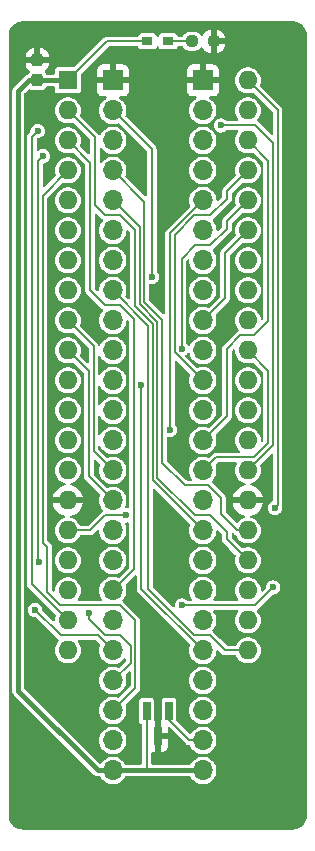
<source format=gbr>
G04 #@! TF.GenerationSoftware,KiCad,Pcbnew,8.0.4+dfsg-1*
G04 #@! TF.CreationDate,2025-02-23T12:29:21+09:00*
G04 #@! TF.ProjectId,bionic-im6100,62696f6e-6963-42d6-996d-363130302e6b,2*
G04 #@! TF.SameCoordinates,Original*
G04 #@! TF.FileFunction,Copper,L1,Top*
G04 #@! TF.FilePolarity,Positive*
%FSLAX46Y46*%
G04 Gerber Fmt 4.6, Leading zero omitted, Abs format (unit mm)*
G04 Created by KiCad (PCBNEW 8.0.4+dfsg-1) date 2025-02-23 12:29:21*
%MOMM*%
%LPD*%
G01*
G04 APERTURE LIST*
G04 Aperture macros list*
%AMRoundRect*
0 Rectangle with rounded corners*
0 $1 Rounding radius*
0 $2 $3 $4 $5 $6 $7 $8 $9 X,Y pos of 4 corners*
0 Add a 4 corners polygon primitive as box body*
4,1,4,$2,$3,$4,$5,$6,$7,$8,$9,$2,$3,0*
0 Add four circle primitives for the rounded corners*
1,1,$1+$1,$2,$3*
1,1,$1+$1,$4,$5*
1,1,$1+$1,$6,$7*
1,1,$1+$1,$8,$9*
0 Add four rect primitives between the rounded corners*
20,1,$1+$1,$2,$3,$4,$5,0*
20,1,$1+$1,$4,$5,$6,$7,0*
20,1,$1+$1,$6,$7,$8,$9,0*
20,1,$1+$1,$8,$9,$2,$3,0*%
G04 Aperture macros list end*
G04 #@! TA.AperFunction,SMDPad,CuDef*
%ADD10R,0.660400X1.625600*%
G04 #@! TD*
G04 #@! TA.AperFunction,ComponentPad*
%ADD11R,1.600000X1.600000*%
G04 #@! TD*
G04 #@! TA.AperFunction,ComponentPad*
%ADD12O,1.600000X1.600000*%
G04 #@! TD*
G04 #@! TA.AperFunction,ComponentPad*
%ADD13O,1.700000X1.700000*%
G04 #@! TD*
G04 #@! TA.AperFunction,ComponentPad*
%ADD14R,1.700000X1.700000*%
G04 #@! TD*
G04 #@! TA.AperFunction,SMDPad,CuDef*
%ADD15R,0.965200X0.762000*%
G04 #@! TD*
G04 #@! TA.AperFunction,SMDPad,CuDef*
%ADD16RoundRect,0.237500X-0.250000X-0.237500X0.250000X-0.237500X0.250000X0.237500X-0.250000X0.237500X0*%
G04 #@! TD*
G04 #@! TA.AperFunction,SMDPad,CuDef*
%ADD17RoundRect,0.237500X0.237500X-0.300000X0.237500X0.300000X-0.237500X0.300000X-0.237500X-0.300000X0*%
G04 #@! TD*
G04 #@! TA.AperFunction,ViaPad*
%ADD18C,0.600000*%
G04 #@! TD*
G04 #@! TA.AperFunction,Conductor*
%ADD19C,0.200000*%
G04 #@! TD*
G04 #@! TA.AperFunction,Conductor*
%ADD20C,0.400000*%
G04 #@! TD*
G04 APERTURE END LIST*
D10*
X114650001Y-128471600D03*
X112749999Y-128471600D03*
X113700000Y-130603600D03*
D11*
X106080000Y-75080000D03*
D12*
X106080000Y-77620000D03*
X106080000Y-80160000D03*
X106080000Y-82700000D03*
X106080000Y-85240000D03*
X106080000Y-87780000D03*
X106080000Y-90320000D03*
X106080000Y-92860000D03*
X106080000Y-95400000D03*
X106080000Y-97940000D03*
X106080000Y-100480000D03*
X106080000Y-103020000D03*
X106080000Y-105560000D03*
X106080000Y-108100000D03*
X106080000Y-110640000D03*
X106080000Y-113180000D03*
X106080000Y-115720000D03*
X106080000Y-118260000D03*
X106080000Y-120800000D03*
X106080000Y-123340000D03*
X121320000Y-123340000D03*
X121320000Y-120800000D03*
X121320000Y-118260000D03*
X121320000Y-115720000D03*
X121320000Y-113180000D03*
X121320000Y-110640000D03*
X121320000Y-108100000D03*
X121320000Y-105560000D03*
X121320000Y-103020000D03*
X121320000Y-100480000D03*
X121320000Y-97940000D03*
X121320000Y-95400000D03*
X121320000Y-92860000D03*
X121320000Y-90320000D03*
X121320000Y-87780000D03*
X121320000Y-85240000D03*
X121320000Y-82700000D03*
X121320000Y-80160000D03*
X121320000Y-77620000D03*
X121320000Y-75080000D03*
D13*
X117510000Y-133500000D03*
X117510000Y-130960000D03*
X117510000Y-128420000D03*
X117510000Y-125880000D03*
X117510000Y-123340000D03*
X117510000Y-120800000D03*
X117510000Y-118260000D03*
X117510000Y-115720000D03*
X117510000Y-113180000D03*
X117510000Y-110640000D03*
X117510000Y-108100000D03*
X117510000Y-105560000D03*
X117510000Y-103020000D03*
X117510000Y-100480000D03*
X117510000Y-97940000D03*
X117510000Y-95400000D03*
X117510000Y-92860000D03*
X117510000Y-90320000D03*
X117510000Y-87780000D03*
X117510000Y-85240000D03*
X117510000Y-82700000D03*
X117510000Y-80160000D03*
X117510000Y-77620000D03*
D14*
X117510000Y-75080000D03*
X109890000Y-75080000D03*
D13*
X109890000Y-77620000D03*
X109890000Y-80160000D03*
X109890000Y-82700000D03*
X109890000Y-85240000D03*
X109890000Y-87780000D03*
X109890000Y-90320000D03*
X109890000Y-92860000D03*
X109890000Y-95400000D03*
X109890000Y-97940000D03*
X109890000Y-100480000D03*
X109890000Y-103020000D03*
X109890000Y-105560000D03*
X109890000Y-108100000D03*
X109890000Y-110640000D03*
X109890000Y-113180000D03*
X109890000Y-115720000D03*
X109890000Y-118260000D03*
X109890000Y-120800000D03*
X109890000Y-123340000D03*
X109890000Y-125880000D03*
X109890000Y-128420000D03*
X109890000Y-130960000D03*
X109890000Y-133500000D03*
D15*
X114563600Y-71778000D03*
X112811000Y-71778000D03*
D16*
X116597500Y-71778000D03*
X118422500Y-71778000D03*
D17*
X103489200Y-75080000D03*
X103489200Y-73355000D03*
D18*
X123098000Y-114323000D03*
X111033000Y-91590000D03*
X105318000Y-72540000D03*
X113700000Y-132357000D03*
X113827000Y-122959000D03*
X107223000Y-83970000D03*
X122717000Y-109370000D03*
X115859000Y-101877000D03*
X107858000Y-116990000D03*
X123098000Y-127912000D03*
X114843000Y-116355000D03*
X107604000Y-110640000D03*
X104937000Y-99210000D03*
X125765000Y-103401000D03*
X103413000Y-131722000D03*
X104810000Y-91590000D03*
X107350000Y-126134000D03*
X114716000Y-82446000D03*
X112303000Y-82446000D03*
X103540000Y-76985000D03*
X104937000Y-127912000D03*
X114081000Y-111529000D03*
X113195000Y-91717000D03*
X119034000Y-78890000D03*
X115716000Y-97813000D03*
X123606000Y-111275000D03*
X115732000Y-119530000D03*
X123479000Y-118006000D03*
X103302000Y-119911000D03*
X107858000Y-120130000D03*
X112268000Y-100826000D03*
X111033000Y-111910000D03*
X114716000Y-104671000D03*
X103632000Y-115811998D03*
X103984500Y-81493500D03*
X103523750Y-79381750D03*
D19*
X112749999Y-128471600D02*
X112749999Y-133438999D01*
D20*
X117510000Y-133500000D02*
X112811000Y-133500000D01*
D19*
X109382000Y-71778000D02*
X106080000Y-75080000D01*
X112811000Y-71778000D02*
X109382000Y-71778000D01*
D20*
X102778000Y-75080000D02*
X103489200Y-75080000D01*
D19*
X112749999Y-133438999D02*
X112811000Y-133500000D01*
D20*
X112811000Y-133500000D02*
X109890000Y-133500000D01*
X112750000Y-128472000D02*
X112750000Y-128471600D01*
X101889000Y-126769000D02*
X101889000Y-75969000D01*
X106080000Y-75080000D02*
X103489200Y-75080000D01*
X109890000Y-133500000D02*
X108620000Y-133500000D01*
X108620000Y-133500000D02*
X101889000Y-126769000D01*
X101889000Y-75969000D02*
X102778000Y-75080000D01*
X106080000Y-110640000D02*
X107604000Y-110640000D01*
X121320000Y-110640000D02*
X120177000Y-110640000D01*
X107604000Y-110640000D02*
X107477000Y-110640000D01*
D19*
X114563600Y-71778000D02*
X116597500Y-71778000D01*
X114564000Y-71778000D02*
X114563600Y-71778000D01*
X113195000Y-91717000D02*
X113192000Y-91714000D01*
X113192000Y-80922000D02*
X109890000Y-77620000D01*
X113192000Y-91714000D02*
X113192000Y-80922000D01*
X121955000Y-78890000D02*
X123447200Y-80382200D01*
X123447200Y-105972800D02*
X121320000Y-108100000D01*
X123447200Y-80382200D02*
X123447200Y-105972800D01*
X119034000Y-78890000D02*
X121955000Y-78890000D01*
X114068000Y-107452000D02*
X115986000Y-109370000D01*
X109890000Y-82700000D02*
X112557000Y-85367000D01*
X119034000Y-111783000D02*
X120431000Y-113180000D01*
X112557000Y-85367000D02*
X112557000Y-93829942D01*
X119034000Y-110423800D02*
X119034000Y-111783000D01*
X115986000Y-109370000D02*
X117980200Y-109370000D01*
X120431000Y-113180000D02*
X121320000Y-113180000D01*
X114068000Y-95340942D02*
X114068000Y-107452000D01*
X112557000Y-93829942D02*
X114068000Y-95340942D01*
X117980200Y-109370000D02*
X119034000Y-110423800D01*
X119542000Y-113307000D02*
X119542000Y-113942000D01*
X113668000Y-108703000D02*
X116875000Y-111910000D01*
X113668000Y-95506628D02*
X113668000Y-108703000D01*
X119542000Y-113942000D02*
X121320000Y-115720000D01*
X112157000Y-93995628D02*
X113668000Y-95506628D01*
X118145000Y-111910000D02*
X119542000Y-113307000D01*
X109890000Y-85240000D02*
X112157000Y-87507000D01*
X116875000Y-111910000D02*
X118145000Y-111910000D01*
X112157000Y-87507000D02*
X112157000Y-93995628D01*
X112868000Y-118132314D02*
X116805686Y-122070000D01*
X116805686Y-122070000D02*
X118145000Y-122070000D01*
X119415000Y-123340000D02*
X121320000Y-123340000D01*
X109890000Y-92860000D02*
X112868000Y-95838000D01*
X118145000Y-122070000D02*
X119415000Y-123340000D01*
X112868000Y-95838000D02*
X112868000Y-118132314D01*
X115716000Y-97813000D02*
X115716000Y-90157827D01*
X116823827Y-89050000D02*
X118145000Y-89050000D01*
X119542000Y-87018000D02*
X121320000Y-85240000D01*
X119542000Y-87653000D02*
X119542000Y-87018000D01*
X118145000Y-89050000D02*
X119542000Y-87653000D01*
X115716000Y-90157827D02*
X116823827Y-89050000D01*
X107858000Y-99718000D02*
X107858000Y-108608000D01*
X106080000Y-97940000D02*
X107858000Y-99718000D01*
X107858000Y-108608000D02*
X109890000Y-110640000D01*
X123606000Y-111275000D02*
X123847200Y-111033800D01*
X123847200Y-111033800D02*
X123847200Y-77607200D01*
X123847200Y-77607200D02*
X121320000Y-75080000D01*
X115732000Y-119530000D02*
X121955000Y-119530000D01*
X121955000Y-119530000D02*
X123479000Y-118006000D01*
X111668000Y-116482000D02*
X109890000Y-118260000D01*
X107966000Y-92841000D02*
X109255000Y-94130000D01*
X107966000Y-82046000D02*
X107966000Y-92841000D01*
X109255000Y-94130000D02*
X110525000Y-94130000D01*
X111668000Y-95273000D02*
X111668000Y-116482000D01*
X110525000Y-94130000D02*
X111668000Y-95273000D01*
X106080000Y-80160000D02*
X107966000Y-82046000D01*
X103302000Y-119911000D02*
X105461000Y-122070000D01*
X105461000Y-122070000D02*
X108620000Y-122070000D01*
X108620000Y-122070000D02*
X109890000Y-123340000D01*
X107858000Y-120660673D02*
X109267327Y-122070000D01*
X107858000Y-120130000D02*
X107858000Y-120660673D01*
X111395000Y-122940000D02*
X111395000Y-124375000D01*
X111395000Y-124375000D02*
X109890000Y-125880000D01*
X110525000Y-122070000D02*
X111395000Y-122940000D01*
X109267327Y-122070000D02*
X110525000Y-122070000D01*
X103952800Y-114227800D02*
X103952800Y-84827200D01*
X111795000Y-120800000D02*
X110525000Y-119530000D01*
X104330500Y-118415500D02*
X104330500Y-114605500D01*
X111795000Y-126515000D02*
X111795000Y-120800000D01*
X105445000Y-119530000D02*
X104330500Y-118415500D01*
X103952800Y-84827200D02*
X106080000Y-82700000D01*
X109890000Y-128420000D02*
X111795000Y-126515000D01*
X104330500Y-114605500D02*
X103952800Y-114227800D01*
X110525000Y-119530000D02*
X105445000Y-119530000D01*
X114650001Y-128471600D02*
X114650001Y-129243001D01*
X114650001Y-129243001D02*
X116367000Y-130960000D01*
X114650000Y-128472000D02*
X114650000Y-128471600D01*
X116367000Y-130960000D02*
X117510000Y-130960000D01*
X112268000Y-100826000D02*
X112303000Y-100861000D01*
X112303000Y-100861000D02*
X112303000Y-118133000D01*
X112303000Y-118133000D02*
X117510000Y-123340000D01*
X109255000Y-86510000D02*
X110525000Y-86510000D01*
X108366000Y-79906000D02*
X108366000Y-85621000D01*
X106080000Y-77620000D02*
X108366000Y-79906000D01*
X110525000Y-86510000D02*
X111757000Y-87742000D01*
X111757000Y-94161314D02*
X113268000Y-95672314D01*
X111757000Y-87742000D02*
X111757000Y-94161314D01*
X113268000Y-95672314D02*
X113268000Y-108938000D01*
X108366000Y-85621000D02*
X109255000Y-86510000D01*
X113268000Y-108938000D02*
X117510000Y-113180000D01*
X123047200Y-105807114D02*
X121854314Y-107000000D01*
X121854314Y-107000000D02*
X118610000Y-107000000D01*
X121320000Y-97940000D02*
X123047200Y-99667200D01*
X118610000Y-107000000D02*
X117510000Y-108100000D01*
X123047200Y-99667200D02*
X123047200Y-105807114D01*
X123047200Y-81887200D02*
X123047200Y-95450800D01*
X120685000Y-96670000D02*
X119542000Y-97813000D01*
X119542000Y-103528000D02*
X117510000Y-105560000D01*
X119542000Y-97813000D02*
X119542000Y-103528000D01*
X121828000Y-96670000D02*
X120685000Y-96670000D01*
X123047200Y-95450800D02*
X121828000Y-96670000D01*
X121320000Y-80160000D02*
X123047200Y-81887200D01*
X121320000Y-82700000D02*
X119542000Y-84478000D01*
X115116000Y-88199686D02*
X115116000Y-98086000D01*
X118145000Y-86510000D02*
X116805686Y-86510000D01*
X119542000Y-84478000D02*
X119542000Y-85113000D01*
X119542000Y-85113000D02*
X118145000Y-86510000D01*
X115116000Y-98086000D02*
X117510000Y-100480000D01*
X116805686Y-86510000D02*
X115116000Y-88199686D01*
X119383600Y-93526400D02*
X119383600Y-89716400D01*
X119383600Y-89716400D02*
X121320000Y-87780000D01*
X117510000Y-95400000D02*
X119383600Y-93526400D01*
X109255000Y-111910000D02*
X107985000Y-113180000D01*
X111033000Y-111910000D02*
X109255000Y-111910000D01*
X114843000Y-87907000D02*
X117510000Y-85240000D01*
X107985000Y-113180000D02*
X106080000Y-113180000D01*
X114716000Y-104671000D02*
X114716000Y-88034001D01*
X114716000Y-88034001D02*
X114843000Y-87907000D01*
X103552800Y-115732798D02*
X103552800Y-81925200D01*
X103552800Y-81925200D02*
X103984500Y-81493500D01*
X103632000Y-115811998D02*
X103552800Y-115732798D01*
X103523750Y-79381750D02*
X103032000Y-79873500D01*
X103032000Y-117752000D02*
X106080000Y-120800000D01*
X103032000Y-79873500D02*
X103032000Y-117752000D01*
X109890000Y-108100000D02*
X108258000Y-106468000D01*
X108258000Y-106468000D02*
X108258000Y-97578000D01*
X108258000Y-97578000D02*
X106080000Y-95400000D01*
G04 #@! TA.AperFunction,Conductor*
G36*
X120337225Y-107419407D02*
G01*
X120373189Y-107468907D01*
X120373189Y-107530093D01*
X120367655Y-107543628D01*
X120298452Y-107682608D01*
X120289418Y-107700750D01*
X120233603Y-107896917D01*
X120214785Y-108100000D01*
X120233603Y-108303083D01*
X120288521Y-108496099D01*
X120289419Y-108499252D01*
X120369823Y-108660727D01*
X120380327Y-108681821D01*
X120503236Y-108844579D01*
X120653959Y-108981981D01*
X120827363Y-109089348D01*
X121017544Y-109163024D01*
X121055418Y-109170103D01*
X121109141Y-109199380D01*
X121135398Y-109254645D01*
X121124156Y-109314789D01*
X121079709Y-109356838D01*
X121062848Y-109363044D01*
X120873676Y-109413733D01*
X120667518Y-109509865D01*
X120481188Y-109640334D01*
X120320334Y-109801188D01*
X120189865Y-109987518D01*
X120093733Y-110193676D01*
X120041128Y-110390000D01*
X121004314Y-110390000D01*
X120999920Y-110394394D01*
X120947259Y-110485606D01*
X120920000Y-110587339D01*
X120920000Y-110692661D01*
X120947259Y-110794394D01*
X120999920Y-110885606D01*
X121004314Y-110890000D01*
X120041128Y-110890000D01*
X120093733Y-111086323D01*
X120189865Y-111292481D01*
X120320334Y-111478811D01*
X120481188Y-111639665D01*
X120667518Y-111770134D01*
X120873675Y-111866266D01*
X121062848Y-111916955D01*
X121114162Y-111950279D01*
X121136089Y-112007401D01*
X121120254Y-112066501D01*
X121072704Y-112105006D01*
X121055417Y-112109896D01*
X121017545Y-112116975D01*
X120901040Y-112162109D01*
X120827363Y-112190652D01*
X120653959Y-112298019D01*
X120503235Y-112435422D01*
X120464050Y-112487310D01*
X120413894Y-112522351D01*
X120352719Y-112521219D01*
X120315044Y-112497651D01*
X119463496Y-111646103D01*
X119435719Y-111591586D01*
X119434500Y-111576099D01*
X119434500Y-110371074D01*
X119434500Y-110371073D01*
X119407207Y-110269213D01*
X119407207Y-110269212D01*
X119407207Y-110269211D01*
X119354483Y-110177891D01*
X119354481Y-110177889D01*
X119354480Y-110177887D01*
X118275608Y-109099015D01*
X118247833Y-109044501D01*
X118257404Y-108984069D01*
X118278914Y-108955856D01*
X118363872Y-108878407D01*
X118492366Y-108708255D01*
X118587405Y-108517389D01*
X118645756Y-108312310D01*
X118665429Y-108100000D01*
X118645756Y-107887690D01*
X118587405Y-107682611D01*
X118587399Y-107682598D01*
X118585752Y-107678344D01*
X118587129Y-107677810D01*
X118579021Y-107623350D01*
X118606649Y-107569742D01*
X118746897Y-107429496D01*
X118801414Y-107401719D01*
X118816900Y-107400500D01*
X120279034Y-107400500D01*
X120337225Y-107419407D01*
G37*
G04 #@! TD.AperFunction*
G04 #@! TA.AperFunction,Conductor*
G36*
X108535501Y-86356894D02*
G01*
X109009087Y-86830480D01*
X109009089Y-86830481D01*
X109023316Y-86838695D01*
X109064257Y-86884164D01*
X109070654Y-86945014D01*
X109040521Y-86997587D01*
X109036130Y-87001590D01*
X109036128Y-87001592D01*
X108907640Y-87171736D01*
X108907630Y-87171752D01*
X108812596Y-87362608D01*
X108754244Y-87567688D01*
X108734571Y-87780000D01*
X108753221Y-87981276D01*
X108754244Y-87992310D01*
X108812595Y-88197389D01*
X108907634Y-88388255D01*
X109036128Y-88558407D01*
X109036135Y-88558413D01*
X109193692Y-88702047D01*
X109193699Y-88702053D01*
X109193819Y-88702127D01*
X109374981Y-88814298D01*
X109573802Y-88891321D01*
X109783390Y-88930500D01*
X109996610Y-88930500D01*
X110206198Y-88891321D01*
X110405019Y-88814298D01*
X110586302Y-88702052D01*
X110743872Y-88558407D01*
X110872366Y-88388255D01*
X110967405Y-88197389D01*
X111025756Y-87992310D01*
X111041505Y-87822346D01*
X111065700Y-87766151D01*
X111118307Y-87734907D01*
X111179231Y-87740553D01*
X111210086Y-87761479D01*
X111327504Y-87878897D01*
X111355281Y-87933414D01*
X111356500Y-87948901D01*
X111356500Y-93521099D01*
X111337593Y-93579290D01*
X111288093Y-93615254D01*
X111226907Y-93615254D01*
X111187496Y-93591103D01*
X110986650Y-93390257D01*
X110958873Y-93335740D01*
X110967111Y-93282182D01*
X110965752Y-93281656D01*
X110967400Y-93277398D01*
X110967405Y-93277389D01*
X111025756Y-93072310D01*
X111045429Y-92860000D01*
X111025756Y-92647690D01*
X110967405Y-92442611D01*
X110872366Y-92251745D01*
X110743872Y-92081593D01*
X110676132Y-92019839D01*
X110586307Y-91937952D01*
X110586300Y-91937946D01*
X110405024Y-91825705D01*
X110405019Y-91825702D01*
X110206195Y-91748678D01*
X109996610Y-91709500D01*
X109783390Y-91709500D01*
X109573804Y-91748678D01*
X109374980Y-91825702D01*
X109374975Y-91825705D01*
X109193699Y-91937946D01*
X109193692Y-91937952D01*
X109036135Y-92081586D01*
X109036131Y-92081589D01*
X109036128Y-92081593D01*
X109036125Y-92081597D01*
X108907635Y-92251743D01*
X108907630Y-92251752D01*
X108812596Y-92442608D01*
X108754244Y-92647688D01*
X108738495Y-92817651D01*
X108714299Y-92873849D01*
X108661691Y-92905092D01*
X108600767Y-92899446D01*
X108569913Y-92878520D01*
X108395496Y-92704103D01*
X108367719Y-92649586D01*
X108366500Y-92634099D01*
X108366500Y-90320000D01*
X108734571Y-90320000D01*
X108754244Y-90532310D01*
X108812595Y-90737389D01*
X108907634Y-90928255D01*
X109036128Y-91098407D01*
X109036135Y-91098413D01*
X109193692Y-91242047D01*
X109193699Y-91242053D01*
X109263573Y-91285317D01*
X109374981Y-91354298D01*
X109573802Y-91431321D01*
X109783390Y-91470500D01*
X109996610Y-91470500D01*
X110206198Y-91431321D01*
X110405019Y-91354298D01*
X110586302Y-91242052D01*
X110743872Y-91098407D01*
X110872366Y-90928255D01*
X110967405Y-90737389D01*
X111025756Y-90532310D01*
X111045429Y-90320000D01*
X111025756Y-90107690D01*
X110967405Y-89902611D01*
X110872366Y-89711745D01*
X110743872Y-89541593D01*
X110665872Y-89470486D01*
X110586307Y-89397952D01*
X110586300Y-89397946D01*
X110405024Y-89285705D01*
X110405019Y-89285702D01*
X110206195Y-89208678D01*
X109996610Y-89169500D01*
X109783390Y-89169500D01*
X109573804Y-89208678D01*
X109374980Y-89285702D01*
X109374975Y-89285705D01*
X109193699Y-89397946D01*
X109193692Y-89397952D01*
X109036135Y-89541586D01*
X109036131Y-89541589D01*
X109036128Y-89541593D01*
X109036125Y-89541597D01*
X108907635Y-89711743D01*
X108907630Y-89711752D01*
X108812596Y-89902608D01*
X108754244Y-90107688D01*
X108754244Y-90107690D01*
X108734571Y-90320000D01*
X108366500Y-90320000D01*
X108366500Y-86426900D01*
X108385407Y-86368709D01*
X108434907Y-86332745D01*
X108496093Y-86332745D01*
X108535501Y-86356894D01*
G37*
G04 #@! TD.AperFunction*
G04 #@! TA.AperFunction,Conductor*
G36*
X125133875Y-70075805D02*
G01*
X125309097Y-70089594D01*
X125324430Y-70092023D01*
X125491550Y-70132145D01*
X125506317Y-70136943D01*
X125665104Y-70202715D01*
X125678926Y-70209758D01*
X125825469Y-70299560D01*
X125838032Y-70308688D01*
X125968717Y-70420303D01*
X125979699Y-70431285D01*
X126091311Y-70561967D01*
X126100440Y-70574532D01*
X126190238Y-70721068D01*
X126197287Y-70734902D01*
X126263054Y-70893678D01*
X126267855Y-70908453D01*
X126307975Y-71075564D01*
X126310405Y-71090907D01*
X126324195Y-71266123D01*
X126324500Y-71273891D01*
X126324500Y-137306108D01*
X126324195Y-137313876D01*
X126310405Y-137489092D01*
X126307975Y-137504435D01*
X126267855Y-137671546D01*
X126263054Y-137686321D01*
X126197287Y-137845097D01*
X126190234Y-137858939D01*
X126100442Y-138005465D01*
X126091311Y-138018032D01*
X125979699Y-138148714D01*
X125968714Y-138159699D01*
X125838032Y-138271311D01*
X125825465Y-138280442D01*
X125678939Y-138370234D01*
X125665097Y-138377287D01*
X125506321Y-138443054D01*
X125491546Y-138447855D01*
X125324435Y-138487975D01*
X125309092Y-138490405D01*
X125149743Y-138502946D01*
X125133874Y-138504195D01*
X125126108Y-138504500D01*
X102273892Y-138504500D01*
X102266125Y-138504195D01*
X102247014Y-138502691D01*
X102090907Y-138490405D01*
X102075564Y-138487975D01*
X101908453Y-138447855D01*
X101893678Y-138443054D01*
X101734902Y-138377287D01*
X101721068Y-138370238D01*
X101574532Y-138280440D01*
X101561967Y-138271311D01*
X101462706Y-138186535D01*
X101431282Y-138159696D01*
X101420303Y-138148717D01*
X101308688Y-138018032D01*
X101299560Y-138005469D01*
X101209758Y-137858926D01*
X101202715Y-137845104D01*
X101136943Y-137686317D01*
X101132144Y-137671546D01*
X101092024Y-137504435D01*
X101089594Y-137489097D01*
X101075805Y-137313875D01*
X101075500Y-137306108D01*
X101075500Y-75903108D01*
X101388500Y-75903108D01*
X101388500Y-126703108D01*
X101388500Y-126834892D01*
X101409776Y-126914297D01*
X101422609Y-126962190D01*
X101488496Y-127076309D01*
X101488497Y-127076310D01*
X101488498Y-127076311D01*
X101488500Y-127076314D01*
X108219500Y-133807314D01*
X108219499Y-133807314D01*
X108312685Y-133900499D01*
X108312686Y-133900500D01*
X108341939Y-133917389D01*
X108426814Y-133966392D01*
X108554107Y-134000500D01*
X108554108Y-134000500D01*
X108792681Y-134000500D01*
X108850872Y-134019407D01*
X108881301Y-134055370D01*
X108907634Y-134108255D01*
X109036128Y-134278407D01*
X109036135Y-134278413D01*
X109193692Y-134422047D01*
X109193699Y-134422053D01*
X109297389Y-134486255D01*
X109374981Y-134534298D01*
X109573802Y-134611321D01*
X109783390Y-134650500D01*
X109996610Y-134650500D01*
X110206198Y-134611321D01*
X110405019Y-134534298D01*
X110586302Y-134422052D01*
X110743872Y-134278407D01*
X110872366Y-134108255D01*
X110898698Y-134055371D01*
X110941560Y-134011710D01*
X110987319Y-134000500D01*
X112745108Y-134000500D01*
X116412681Y-134000500D01*
X116470872Y-134019407D01*
X116501301Y-134055370D01*
X116527634Y-134108255D01*
X116656128Y-134278407D01*
X116656135Y-134278413D01*
X116813692Y-134422047D01*
X116813699Y-134422053D01*
X116917389Y-134486255D01*
X116994981Y-134534298D01*
X117193802Y-134611321D01*
X117403390Y-134650500D01*
X117616610Y-134650500D01*
X117826198Y-134611321D01*
X118025019Y-134534298D01*
X118206302Y-134422052D01*
X118363872Y-134278407D01*
X118492366Y-134108255D01*
X118587405Y-133917389D01*
X118645756Y-133712310D01*
X118665429Y-133500000D01*
X118645756Y-133287690D01*
X118587405Y-133082611D01*
X118492366Y-132891745D01*
X118363872Y-132721593D01*
X118309623Y-132672139D01*
X118206307Y-132577952D01*
X118206300Y-132577946D01*
X118025024Y-132465705D01*
X118025019Y-132465702D01*
X117826195Y-132388678D01*
X117616610Y-132349500D01*
X117403390Y-132349500D01*
X117193804Y-132388678D01*
X116994980Y-132465702D01*
X116994975Y-132465705D01*
X116813699Y-132577946D01*
X116813692Y-132577952D01*
X116656135Y-132721586D01*
X116656131Y-132721589D01*
X116656128Y-132721593D01*
X116656125Y-132721597D01*
X116527635Y-132891743D01*
X116527634Y-132891745D01*
X116501301Y-132944628D01*
X116458440Y-132988290D01*
X116412681Y-132999500D01*
X113249499Y-132999500D01*
X113191308Y-132980593D01*
X113155344Y-132931093D01*
X113150499Y-132900500D01*
X113150499Y-132008179D01*
X113169406Y-131949988D01*
X113218906Y-131914024D01*
X113260081Y-131909746D01*
X113321976Y-131916400D01*
X113449999Y-131916400D01*
X113450000Y-131916399D01*
X113450000Y-130853601D01*
X113950000Y-130853601D01*
X113950000Y-131916399D01*
X113950001Y-131916400D01*
X114078024Y-131916400D01*
X114137570Y-131909998D01*
X114137581Y-131909996D01*
X114272288Y-131859753D01*
X114272290Y-131859752D01*
X114387384Y-131773592D01*
X114387392Y-131773584D01*
X114473552Y-131658490D01*
X114473553Y-131658488D01*
X114523796Y-131523781D01*
X114523798Y-131523770D01*
X114530200Y-131464224D01*
X114530200Y-130853601D01*
X114530199Y-130853600D01*
X113950001Y-130853600D01*
X113950000Y-130853601D01*
X113450000Y-130853601D01*
X113450000Y-129290801D01*
X113950000Y-129290801D01*
X113950000Y-130353599D01*
X113950001Y-130353600D01*
X114530199Y-130353600D01*
X114530200Y-130353599D01*
X114530200Y-129928600D01*
X114549107Y-129870409D01*
X114598607Y-129834445D01*
X114659793Y-129834445D01*
X114699201Y-129858594D01*
X116121087Y-131280480D01*
X116121089Y-131280481D01*
X116121091Y-131280483D01*
X116212408Y-131333205D01*
X116212406Y-131333205D01*
X116212410Y-131333206D01*
X116212412Y-131333207D01*
X116314273Y-131360500D01*
X116362887Y-131360500D01*
X116421078Y-131379407D01*
X116451508Y-131415372D01*
X116527634Y-131568255D01*
X116656128Y-131738407D01*
X116656135Y-131738413D01*
X116813692Y-131882047D01*
X116813699Y-131882053D01*
X116917389Y-131946255D01*
X116994981Y-131994298D01*
X117193802Y-132071321D01*
X117403390Y-132110500D01*
X117616610Y-132110500D01*
X117826198Y-132071321D01*
X118025019Y-131994298D01*
X118206302Y-131882052D01*
X118363872Y-131738407D01*
X118492366Y-131568255D01*
X118587405Y-131377389D01*
X118645756Y-131172310D01*
X118665429Y-130960000D01*
X118645756Y-130747690D01*
X118587405Y-130542611D01*
X118492366Y-130351745D01*
X118363872Y-130181593D01*
X118309623Y-130132139D01*
X118206307Y-130037952D01*
X118206300Y-130037946D01*
X118025024Y-129925705D01*
X118025019Y-129925702D01*
X117826195Y-129848678D01*
X117616610Y-129809500D01*
X117403390Y-129809500D01*
X117193804Y-129848678D01*
X116994980Y-129925702D01*
X116994975Y-129925705D01*
X116813699Y-130037946D01*
X116813692Y-130037952D01*
X116656135Y-130181586D01*
X116656119Y-130181603D01*
X116527641Y-130351733D01*
X116527634Y-130351745D01*
X116521652Y-130363759D01*
X116478788Y-130407421D01*
X116418447Y-130417550D01*
X116363677Y-130390277D01*
X116363027Y-130389634D01*
X115309696Y-129336303D01*
X115281919Y-129281786D01*
X115280700Y-129266299D01*
X115280700Y-128420000D01*
X116354571Y-128420000D01*
X116374244Y-128632310D01*
X116432595Y-128837389D01*
X116527634Y-129028255D01*
X116656128Y-129198407D01*
X116656135Y-129198413D01*
X116813692Y-129342047D01*
X116813699Y-129342053D01*
X116833624Y-129354390D01*
X116994981Y-129454298D01*
X117193802Y-129531321D01*
X117403390Y-129570500D01*
X117616610Y-129570500D01*
X117826198Y-129531321D01*
X118025019Y-129454298D01*
X118206302Y-129342052D01*
X118363872Y-129198407D01*
X118492366Y-129028255D01*
X118587405Y-128837389D01*
X118645756Y-128632310D01*
X118665429Y-128420000D01*
X118645756Y-128207690D01*
X118587405Y-128002611D01*
X118492366Y-127811745D01*
X118363872Y-127641593D01*
X118305971Y-127588809D01*
X118206307Y-127497952D01*
X118206300Y-127497946D01*
X118025024Y-127385705D01*
X118025019Y-127385702D01*
X117945016Y-127354709D01*
X117826198Y-127308679D01*
X117826197Y-127308678D01*
X117826195Y-127308678D01*
X117616610Y-127269500D01*
X117403390Y-127269500D01*
X117193804Y-127308678D01*
X116994980Y-127385702D01*
X116994975Y-127385705D01*
X116813699Y-127497946D01*
X116813692Y-127497952D01*
X116656135Y-127641586D01*
X116656131Y-127641589D01*
X116656128Y-127641593D01*
X116656125Y-127641597D01*
X116527635Y-127811743D01*
X116527630Y-127811752D01*
X116432596Y-128002608D01*
X116374244Y-128207688D01*
X116374244Y-128207690D01*
X116354571Y-128420000D01*
X115280700Y-128420000D01*
X115280700Y-127613939D01*
X115280700Y-127613936D01*
X115277786Y-127588809D01*
X115232407Y-127486035D01*
X115152966Y-127406594D01*
X115050192Y-127361215D01*
X115050191Y-127361214D01*
X115050189Y-127361214D01*
X115025069Y-127358300D01*
X114274940Y-127358300D01*
X114274937Y-127358301D01*
X114249810Y-127361214D01*
X114147036Y-127406594D01*
X114067595Y-127486035D01*
X114022215Y-127588811D01*
X114019301Y-127613930D01*
X114019301Y-127613932D01*
X114019301Y-127613935D01*
X114019301Y-128420000D01*
X114019302Y-129191800D01*
X114000395Y-129249991D01*
X113965343Y-129275457D01*
X113950000Y-129290801D01*
X113450000Y-129290801D01*
X113435704Y-129276505D01*
X113421508Y-129271893D01*
X113385544Y-129222393D01*
X113380699Y-129191800D01*
X113380698Y-127613939D01*
X113380698Y-127613936D01*
X113377784Y-127588809D01*
X113332405Y-127486035D01*
X113252964Y-127406594D01*
X113150190Y-127361215D01*
X113150189Y-127361214D01*
X113150187Y-127361214D01*
X113125067Y-127358300D01*
X112374938Y-127358300D01*
X112374935Y-127358301D01*
X112349808Y-127361214D01*
X112247034Y-127406594D01*
X112167593Y-127486035D01*
X112122213Y-127588811D01*
X112119299Y-127613930D01*
X112119299Y-129329260D01*
X112119300Y-129329263D01*
X112122213Y-129354390D01*
X112147555Y-129411785D01*
X112167593Y-129457165D01*
X112247034Y-129536606D01*
X112290487Y-129555792D01*
X112336082Y-129596591D01*
X112349499Y-129646356D01*
X112349499Y-132900500D01*
X112330592Y-132958691D01*
X112281092Y-132994655D01*
X112250499Y-132999500D01*
X110987319Y-132999500D01*
X110929128Y-132980593D01*
X110898698Y-132944629D01*
X110872366Y-132891745D01*
X110743872Y-132721593D01*
X110689623Y-132672139D01*
X110586307Y-132577952D01*
X110586300Y-132577946D01*
X110405024Y-132465705D01*
X110405019Y-132465702D01*
X110206195Y-132388678D01*
X109996610Y-132349500D01*
X109783390Y-132349500D01*
X109573804Y-132388678D01*
X109374980Y-132465702D01*
X109374975Y-132465705D01*
X109193699Y-132577946D01*
X109193692Y-132577952D01*
X109036135Y-132721586D01*
X109036131Y-132721589D01*
X109036128Y-132721593D01*
X109036125Y-132721597D01*
X108907635Y-132891743D01*
X108907628Y-132891755D01*
X108906438Y-132894145D01*
X108905655Y-132894942D01*
X108905225Y-132895637D01*
X108905068Y-132895539D01*
X108863568Y-132937800D01*
X108803225Y-132947920D01*
X108748458Y-132920638D01*
X108747820Y-132920006D01*
X106787814Y-130960000D01*
X108734571Y-130960000D01*
X108754244Y-131172310D01*
X108812595Y-131377389D01*
X108907634Y-131568255D01*
X109036128Y-131738407D01*
X109036135Y-131738413D01*
X109193692Y-131882047D01*
X109193699Y-131882053D01*
X109297389Y-131946255D01*
X109374981Y-131994298D01*
X109573802Y-132071321D01*
X109783390Y-132110500D01*
X109996610Y-132110500D01*
X110206198Y-132071321D01*
X110405019Y-131994298D01*
X110586302Y-131882052D01*
X110743872Y-131738407D01*
X110872366Y-131568255D01*
X110967405Y-131377389D01*
X111025756Y-131172310D01*
X111045429Y-130960000D01*
X111025756Y-130747690D01*
X110967405Y-130542611D01*
X110872366Y-130351745D01*
X110743872Y-130181593D01*
X110689623Y-130132139D01*
X110586307Y-130037952D01*
X110586300Y-130037946D01*
X110405024Y-129925705D01*
X110405019Y-129925702D01*
X110206195Y-129848678D01*
X109996610Y-129809500D01*
X109783390Y-129809500D01*
X109573804Y-129848678D01*
X109374980Y-129925702D01*
X109374975Y-129925705D01*
X109193699Y-130037946D01*
X109193692Y-130037952D01*
X109036135Y-130181586D01*
X109036131Y-130181589D01*
X109036128Y-130181593D01*
X109036125Y-130181597D01*
X108907635Y-130351743D01*
X108907630Y-130351752D01*
X108812596Y-130542608D01*
X108754244Y-130747688D01*
X108754244Y-130747690D01*
X108734571Y-130960000D01*
X106787814Y-130960000D01*
X102418496Y-126590682D01*
X102390719Y-126536165D01*
X102389500Y-126520678D01*
X102389500Y-79820773D01*
X102631500Y-79820773D01*
X102631500Y-117699273D01*
X102631500Y-117804727D01*
X102646510Y-117860747D01*
X102658794Y-117906592D01*
X102711516Y-117997908D01*
X102711517Y-117997909D01*
X102711518Y-117997910D01*
X102711520Y-117997913D01*
X103869438Y-119155831D01*
X105022663Y-120309056D01*
X105050440Y-120363573D01*
X105047880Y-120406152D01*
X104993603Y-120596915D01*
X104975807Y-120788963D01*
X104951611Y-120845161D01*
X104899003Y-120876404D01*
X104838079Y-120870758D01*
X104807225Y-120849832D01*
X103936678Y-119979285D01*
X103908901Y-119924768D01*
X103908018Y-119913554D01*
X103887044Y-119754241D01*
X103887044Y-119754238D01*
X103860420Y-119689962D01*
X103826537Y-119608161D01*
X103826537Y-119608160D01*
X103730286Y-119482723D01*
X103730285Y-119482722D01*
X103730282Y-119482718D01*
X103730277Y-119482714D01*
X103730276Y-119482713D01*
X103604838Y-119386462D01*
X103458766Y-119325957D01*
X103458758Y-119325955D01*
X103302001Y-119305318D01*
X103301999Y-119305318D01*
X103145241Y-119325955D01*
X103145233Y-119325957D01*
X102999161Y-119386462D01*
X102999160Y-119386462D01*
X102873723Y-119482713D01*
X102873713Y-119482723D01*
X102777462Y-119608160D01*
X102777462Y-119608161D01*
X102716957Y-119754233D01*
X102716955Y-119754241D01*
X102696318Y-119910999D01*
X102696318Y-119911000D01*
X102716955Y-120067758D01*
X102716957Y-120067766D01*
X102777462Y-120213838D01*
X102777462Y-120213839D01*
X102873713Y-120339276D01*
X102873718Y-120339282D01*
X102999159Y-120435536D01*
X102999160Y-120435536D01*
X102999161Y-120435537D01*
X103117397Y-120484512D01*
X103145238Y-120496044D01*
X103302000Y-120516682D01*
X103308433Y-120517529D01*
X103308205Y-120519256D01*
X103358472Y-120535589D01*
X103370285Y-120545678D01*
X105215087Y-122390480D01*
X105215089Y-122390481D01*
X105215090Y-122390482D01*
X105215091Y-122390483D01*
X105264960Y-122419275D01*
X105305901Y-122464744D01*
X105312297Y-122525594D01*
X105282158Y-122578171D01*
X105263238Y-122595419D01*
X105140328Y-122758177D01*
X105140323Y-122758186D01*
X105050040Y-122939500D01*
X105049418Y-122940750D01*
X104993603Y-123136917D01*
X104974785Y-123340000D01*
X104993603Y-123543083D01*
X105049418Y-123739250D01*
X105140327Y-123921821D01*
X105263236Y-124084579D01*
X105413959Y-124221981D01*
X105587363Y-124329348D01*
X105777544Y-124403024D01*
X105978024Y-124440500D01*
X106181976Y-124440500D01*
X106382456Y-124403024D01*
X106572637Y-124329348D01*
X106746041Y-124221981D01*
X106896764Y-124084579D01*
X107019673Y-123921821D01*
X107110582Y-123739250D01*
X107166397Y-123543083D01*
X107185215Y-123340000D01*
X107166397Y-123136917D01*
X107110582Y-122940750D01*
X107019673Y-122758179D01*
X106922240Y-122629157D01*
X106902263Y-122571330D01*
X106920092Y-122512799D01*
X106968918Y-122475927D01*
X107001246Y-122470500D01*
X108413099Y-122470500D01*
X108471290Y-122489407D01*
X108483103Y-122499496D01*
X108793348Y-122809741D01*
X108821125Y-122864258D01*
X108812904Y-122917818D01*
X108814249Y-122918339D01*
X108812598Y-122922598D01*
X108754244Y-123127688D01*
X108754244Y-123127690D01*
X108734571Y-123340000D01*
X108754244Y-123552310D01*
X108812595Y-123757389D01*
X108907634Y-123948255D01*
X109036128Y-124118407D01*
X109036135Y-124118413D01*
X109193692Y-124262047D01*
X109193699Y-124262053D01*
X109297389Y-124326255D01*
X109374981Y-124374298D01*
X109573802Y-124451321D01*
X109783390Y-124490500D01*
X109996610Y-124490500D01*
X110206198Y-124451321D01*
X110405019Y-124374298D01*
X110586302Y-124262052D01*
X110743872Y-124118407D01*
X110816497Y-124022235D01*
X110866653Y-123987194D01*
X110927827Y-123988325D01*
X110976654Y-124025197D01*
X110994500Y-124081898D01*
X110994500Y-124168098D01*
X110975593Y-124226289D01*
X110965504Y-124238102D01*
X110416673Y-124786932D01*
X110362156Y-124814709D01*
X110310907Y-124809243D01*
X110206198Y-124768679D01*
X110206197Y-124768678D01*
X110206195Y-124768678D01*
X109996610Y-124729500D01*
X109783390Y-124729500D01*
X109573804Y-124768678D01*
X109374980Y-124845702D01*
X109374975Y-124845705D01*
X109193699Y-124957946D01*
X109193692Y-124957952D01*
X109036135Y-125101586D01*
X109036131Y-125101589D01*
X109036128Y-125101593D01*
X109036125Y-125101597D01*
X108907635Y-125271743D01*
X108907630Y-125271752D01*
X108812596Y-125462608D01*
X108754244Y-125667688D01*
X108754244Y-125667690D01*
X108734571Y-125880000D01*
X108754244Y-126092310D01*
X108812595Y-126297389D01*
X108907634Y-126488255D01*
X109036128Y-126658407D01*
X109085162Y-126703108D01*
X109193692Y-126802047D01*
X109193699Y-126802053D01*
X109246733Y-126834890D01*
X109374981Y-126914298D01*
X109573802Y-126991321D01*
X109783390Y-127030500D01*
X109996610Y-127030500D01*
X110206198Y-126991321D01*
X110405019Y-126914298D01*
X110586302Y-126802052D01*
X110743872Y-126658407D01*
X110872366Y-126488255D01*
X110967405Y-126297389D01*
X111025756Y-126092310D01*
X111045429Y-125880000D01*
X111025756Y-125667690D01*
X110967405Y-125462611D01*
X110967401Y-125462604D01*
X110965752Y-125458344D01*
X110967129Y-125457810D01*
X110959021Y-125403350D01*
X110986649Y-125349742D01*
X111225498Y-125110894D01*
X111280013Y-125083118D01*
X111340445Y-125092689D01*
X111383710Y-125135954D01*
X111394500Y-125180899D01*
X111394500Y-126308098D01*
X111375593Y-126366289D01*
X111365504Y-126378102D01*
X110416673Y-127326932D01*
X110362156Y-127354709D01*
X110310907Y-127349243D01*
X110206198Y-127308679D01*
X110206197Y-127308678D01*
X110206195Y-127308678D01*
X109996610Y-127269500D01*
X109783390Y-127269500D01*
X109573804Y-127308678D01*
X109374980Y-127385702D01*
X109374975Y-127385705D01*
X109193699Y-127497946D01*
X109193692Y-127497952D01*
X109036135Y-127641586D01*
X109036131Y-127641589D01*
X109036128Y-127641593D01*
X109036125Y-127641597D01*
X108907635Y-127811743D01*
X108907630Y-127811752D01*
X108812596Y-128002608D01*
X108754244Y-128207688D01*
X108754244Y-128207690D01*
X108734571Y-128420000D01*
X108754244Y-128632310D01*
X108812595Y-128837389D01*
X108907634Y-129028255D01*
X109036128Y-129198407D01*
X109036135Y-129198413D01*
X109193692Y-129342047D01*
X109193699Y-129342053D01*
X109213624Y-129354390D01*
X109374981Y-129454298D01*
X109573802Y-129531321D01*
X109783390Y-129570500D01*
X109996610Y-129570500D01*
X110206198Y-129531321D01*
X110405019Y-129454298D01*
X110586302Y-129342052D01*
X110743872Y-129198407D01*
X110872366Y-129028255D01*
X110967405Y-128837389D01*
X111025756Y-128632310D01*
X111045429Y-128420000D01*
X111025756Y-128207690D01*
X110967405Y-128002611D01*
X110967401Y-128002604D01*
X110965752Y-127998344D01*
X110967132Y-127997809D01*
X110959019Y-127943364D01*
X110986648Y-127889743D01*
X112115480Y-126760913D01*
X112168207Y-126669588D01*
X112195500Y-126567727D01*
X112195500Y-126462273D01*
X112195500Y-125880000D01*
X116354571Y-125880000D01*
X116374244Y-126092310D01*
X116432595Y-126297389D01*
X116527634Y-126488255D01*
X116656128Y-126658407D01*
X116705162Y-126703108D01*
X116813692Y-126802047D01*
X116813699Y-126802053D01*
X116866733Y-126834890D01*
X116994981Y-126914298D01*
X117193802Y-126991321D01*
X117403390Y-127030500D01*
X117616610Y-127030500D01*
X117826198Y-126991321D01*
X118025019Y-126914298D01*
X118206302Y-126802052D01*
X118363872Y-126658407D01*
X118492366Y-126488255D01*
X118587405Y-126297389D01*
X118645756Y-126092310D01*
X118665429Y-125880000D01*
X118645756Y-125667690D01*
X118587405Y-125462611D01*
X118492366Y-125271745D01*
X118363872Y-125101593D01*
X118309623Y-125052139D01*
X118206307Y-124957952D01*
X118206300Y-124957946D01*
X118025024Y-124845705D01*
X118025019Y-124845702D01*
X117945016Y-124814709D01*
X117826198Y-124768679D01*
X117826197Y-124768678D01*
X117826195Y-124768678D01*
X117616610Y-124729500D01*
X117403390Y-124729500D01*
X117193804Y-124768678D01*
X116994980Y-124845702D01*
X116994975Y-124845705D01*
X116813699Y-124957946D01*
X116813692Y-124957952D01*
X116656135Y-125101586D01*
X116656131Y-125101589D01*
X116656128Y-125101593D01*
X116656125Y-125101597D01*
X116527635Y-125271743D01*
X116527630Y-125271752D01*
X116432596Y-125462608D01*
X116374244Y-125667688D01*
X116374244Y-125667690D01*
X116354571Y-125880000D01*
X112195500Y-125880000D01*
X112195500Y-120747273D01*
X112186424Y-120713400D01*
X112168207Y-120645412D01*
X112168205Y-120645409D01*
X112168205Y-120645407D01*
X112115483Y-120554091D01*
X112115481Y-120554089D01*
X112115480Y-120554087D01*
X110770913Y-119209520D01*
X110770910Y-119209518D01*
X110756680Y-119201302D01*
X110715739Y-119155831D01*
X110709345Y-119094981D01*
X110739489Y-119042401D01*
X110743872Y-119038407D01*
X110872366Y-118868255D01*
X110967405Y-118677389D01*
X111025756Y-118472310D01*
X111045429Y-118260000D01*
X111025756Y-118047690D01*
X110967405Y-117842611D01*
X110967401Y-117842604D01*
X110965752Y-117838344D01*
X110967132Y-117837809D01*
X110959019Y-117783364D01*
X110986648Y-117729743D01*
X111733496Y-116982896D01*
X111788013Y-116955119D01*
X111848445Y-116964690D01*
X111891710Y-117007955D01*
X111902500Y-117052900D01*
X111902500Y-118080273D01*
X111902500Y-118185727D01*
X111926570Y-118275559D01*
X111929794Y-118287592D01*
X111982516Y-118378908D01*
X111982517Y-118378909D01*
X111982518Y-118378910D01*
X111982520Y-118378913D01*
X114200522Y-120596915D01*
X116413348Y-122809741D01*
X116441125Y-122864258D01*
X116432904Y-122917818D01*
X116434249Y-122918339D01*
X116432598Y-122922598D01*
X116374244Y-123127688D01*
X116374244Y-123127690D01*
X116354571Y-123340000D01*
X116374244Y-123552310D01*
X116432595Y-123757389D01*
X116527634Y-123948255D01*
X116656128Y-124118407D01*
X116656135Y-124118413D01*
X116813692Y-124262047D01*
X116813699Y-124262053D01*
X116917389Y-124326255D01*
X116994981Y-124374298D01*
X117193802Y-124451321D01*
X117403390Y-124490500D01*
X117616610Y-124490500D01*
X117826198Y-124451321D01*
X118025019Y-124374298D01*
X118206302Y-124262052D01*
X118363872Y-124118407D01*
X118492366Y-123948255D01*
X118587405Y-123757389D01*
X118645756Y-123552310D01*
X118661505Y-123382346D01*
X118685700Y-123326151D01*
X118738307Y-123294907D01*
X118799231Y-123300553D01*
X118830085Y-123321479D01*
X119169086Y-123660479D01*
X119169091Y-123660483D01*
X119260408Y-123713205D01*
X119260406Y-123713205D01*
X119260410Y-123713206D01*
X119260412Y-123713207D01*
X119362273Y-123740500D01*
X119467727Y-123740500D01*
X120228742Y-123740500D01*
X120286933Y-123759407D01*
X120317362Y-123795371D01*
X120380327Y-123921821D01*
X120503236Y-124084579D01*
X120653959Y-124221981D01*
X120827363Y-124329348D01*
X121017544Y-124403024D01*
X121218024Y-124440500D01*
X121421976Y-124440500D01*
X121622456Y-124403024D01*
X121812637Y-124329348D01*
X121986041Y-124221981D01*
X122136764Y-124084579D01*
X122259673Y-123921821D01*
X122350582Y-123739250D01*
X122406397Y-123543083D01*
X122425215Y-123340000D01*
X122406397Y-123136917D01*
X122350582Y-122940750D01*
X122259673Y-122758179D01*
X122136764Y-122595421D01*
X121986041Y-122458019D01*
X121812637Y-122350652D01*
X121622456Y-122276976D01*
X121622455Y-122276975D01*
X121622453Y-122276975D01*
X121421976Y-122239500D01*
X121218024Y-122239500D01*
X121017546Y-122276975D01*
X120947632Y-122304059D01*
X120827363Y-122350652D01*
X120763034Y-122390483D01*
X120653959Y-122458019D01*
X120503237Y-122595420D01*
X120380328Y-122758177D01*
X120380323Y-122758186D01*
X120317363Y-122884628D01*
X120274500Y-122928291D01*
X120228742Y-122939500D01*
X119621901Y-122939500D01*
X119563710Y-122920593D01*
X119551897Y-122910504D01*
X118992045Y-122350652D01*
X118390913Y-121749520D01*
X118390910Y-121749518D01*
X118376680Y-121741302D01*
X118335739Y-121695831D01*
X118329345Y-121634981D01*
X118359489Y-121582401D01*
X118363872Y-121578407D01*
X118492366Y-121408255D01*
X118587405Y-121217389D01*
X118645756Y-121012310D01*
X118665429Y-120800000D01*
X118645756Y-120587690D01*
X118587405Y-120382611D01*
X118492366Y-120191745D01*
X118414896Y-120089159D01*
X118394918Y-120031330D01*
X118412747Y-119972799D01*
X118461573Y-119935927D01*
X118493901Y-119930500D01*
X120398754Y-119930500D01*
X120456945Y-119949407D01*
X120492909Y-119998907D01*
X120492909Y-120060093D01*
X120477760Y-120089155D01*
X120408783Y-120180496D01*
X120380328Y-120218177D01*
X120380323Y-120218186D01*
X120289419Y-120400747D01*
X120289418Y-120400750D01*
X120233603Y-120596917D01*
X120214785Y-120800000D01*
X120233603Y-121003083D01*
X120289418Y-121199250D01*
X120380327Y-121381821D01*
X120503236Y-121544579D01*
X120653959Y-121681981D01*
X120827363Y-121789348D01*
X121017544Y-121863024D01*
X121218024Y-121900500D01*
X121421976Y-121900500D01*
X121622456Y-121863024D01*
X121812637Y-121789348D01*
X121986041Y-121681981D01*
X122136764Y-121544579D01*
X122259673Y-121381821D01*
X122350582Y-121199250D01*
X122406397Y-121003083D01*
X122425215Y-120800000D01*
X122406397Y-120596917D01*
X122350582Y-120400750D01*
X122259673Y-120218179D01*
X122136764Y-120055421D01*
X122135794Y-120054537D01*
X122124048Y-120043829D01*
X122093782Y-119990654D01*
X122100552Y-119929844D01*
X122141241Y-119884931D01*
X122200913Y-119850480D01*
X123410714Y-118640677D01*
X123465231Y-118612901D01*
X123476447Y-118612018D01*
X123478999Y-118611681D01*
X123479000Y-118611682D01*
X123635762Y-118591044D01*
X123781841Y-118530536D01*
X123907282Y-118434282D01*
X124003536Y-118308841D01*
X124064044Y-118162762D01*
X124084682Y-118006000D01*
X124064044Y-117849238D01*
X124064042Y-117849233D01*
X124003537Y-117703161D01*
X124003537Y-117703160D01*
X123907286Y-117577723D01*
X123907285Y-117577722D01*
X123907282Y-117577718D01*
X123907277Y-117577714D01*
X123907276Y-117577713D01*
X123781838Y-117481462D01*
X123635766Y-117420957D01*
X123635758Y-117420955D01*
X123479001Y-117400318D01*
X123478999Y-117400318D01*
X123322241Y-117420955D01*
X123322233Y-117420957D01*
X123176161Y-117481462D01*
X123176160Y-117481462D01*
X123050723Y-117577713D01*
X123050713Y-117577723D01*
X122954462Y-117703160D01*
X122954462Y-117703161D01*
X122893957Y-117849233D01*
X122893955Y-117849241D01*
X122872471Y-118012433D01*
X122870742Y-118012205D01*
X122854411Y-118062471D01*
X122844321Y-118074284D01*
X122594129Y-118324475D01*
X122539613Y-118352252D01*
X122479181Y-118342681D01*
X122435916Y-118299416D01*
X122425548Y-118263605D01*
X122425214Y-118260005D01*
X122425215Y-118260000D01*
X122406397Y-118056917D01*
X122350582Y-117860750D01*
X122259673Y-117678179D01*
X122136764Y-117515421D01*
X121986041Y-117378019D01*
X121812637Y-117270652D01*
X121622456Y-117196976D01*
X121622455Y-117196975D01*
X121622453Y-117196975D01*
X121421976Y-117159500D01*
X121218024Y-117159500D01*
X121017546Y-117196975D01*
X120977353Y-117212546D01*
X120827363Y-117270652D01*
X120718676Y-117337948D01*
X120653959Y-117378019D01*
X120503237Y-117515420D01*
X120380328Y-117678177D01*
X120380323Y-117678186D01*
X120289419Y-117860747D01*
X120289418Y-117860750D01*
X120233603Y-118056917D01*
X120214785Y-118260000D01*
X120233603Y-118463083D01*
X120289418Y-118659250D01*
X120380327Y-118841821D01*
X120477759Y-118970842D01*
X120497737Y-119028670D01*
X120479908Y-119087201D01*
X120431082Y-119124073D01*
X120398754Y-119129500D01*
X118493901Y-119129500D01*
X118435710Y-119110593D01*
X118399746Y-119061093D01*
X118399746Y-118999907D01*
X118414897Y-118970839D01*
X118492366Y-118868255D01*
X118587405Y-118677389D01*
X118645756Y-118472310D01*
X118665429Y-118260000D01*
X118645756Y-118047690D01*
X118587405Y-117842611D01*
X118492366Y-117651745D01*
X118363872Y-117481593D01*
X118274718Y-117400318D01*
X118206307Y-117337952D01*
X118206300Y-117337946D01*
X118025024Y-117225705D01*
X118025019Y-117225702D01*
X117945016Y-117194709D01*
X117826198Y-117148679D01*
X117826197Y-117148678D01*
X117826195Y-117148678D01*
X117616610Y-117109500D01*
X117403390Y-117109500D01*
X117193804Y-117148678D01*
X116994980Y-117225702D01*
X116994975Y-117225705D01*
X116813699Y-117337946D01*
X116813692Y-117337952D01*
X116656135Y-117481586D01*
X116656131Y-117481589D01*
X116656128Y-117481593D01*
X116656125Y-117481597D01*
X116527635Y-117651743D01*
X116527630Y-117651752D01*
X116432596Y-117842608D01*
X116432595Y-117842611D01*
X116430709Y-117849241D01*
X116374244Y-118047688D01*
X116354571Y-118260000D01*
X116359096Y-118308839D01*
X116374244Y-118472310D01*
X116432595Y-118677389D01*
X116527634Y-118868255D01*
X116585557Y-118944957D01*
X116605103Y-118970839D01*
X116625082Y-119028670D01*
X116607253Y-119087201D01*
X116558427Y-119124073D01*
X116526099Y-119129500D01*
X116229071Y-119129500D01*
X116170880Y-119110593D01*
X116162312Y-119103276D01*
X116077766Y-119038402D01*
X116034841Y-119005464D01*
X116034840Y-119005463D01*
X116034838Y-119005462D01*
X115888766Y-118944957D01*
X115888758Y-118944955D01*
X115732001Y-118924318D01*
X115731999Y-118924318D01*
X115575241Y-118944955D01*
X115575233Y-118944957D01*
X115429161Y-119005462D01*
X115429160Y-119005462D01*
X115303723Y-119101713D01*
X115303719Y-119101716D01*
X115303718Y-119101718D01*
X115303716Y-119101721D01*
X115207462Y-119227160D01*
X115207462Y-119227161D01*
X115146957Y-119373233D01*
X115146955Y-119373241D01*
X115126318Y-119529999D01*
X115126318Y-119530002D01*
X115132860Y-119579699D01*
X115121709Y-119639860D01*
X115077326Y-119681977D01*
X115016664Y-119689962D01*
X114964703Y-119662624D01*
X113297496Y-117995417D01*
X113269719Y-117940900D01*
X113268500Y-117925413D01*
X113268500Y-115720000D01*
X116354571Y-115720000D01*
X116374244Y-115932310D01*
X116432595Y-116137389D01*
X116527634Y-116328255D01*
X116656128Y-116498407D01*
X116656135Y-116498413D01*
X116813692Y-116642047D01*
X116813699Y-116642053D01*
X116917389Y-116706255D01*
X116994981Y-116754298D01*
X117193802Y-116831321D01*
X117403390Y-116870500D01*
X117616610Y-116870500D01*
X117826198Y-116831321D01*
X118025019Y-116754298D01*
X118206302Y-116642052D01*
X118363872Y-116498407D01*
X118492366Y-116328255D01*
X118587405Y-116137389D01*
X118645756Y-115932310D01*
X118665429Y-115720000D01*
X118645756Y-115507690D01*
X118587405Y-115302611D01*
X118492366Y-115111745D01*
X118363872Y-114941593D01*
X118309623Y-114892139D01*
X118206307Y-114797952D01*
X118206300Y-114797946D01*
X118025024Y-114685705D01*
X118025019Y-114685702D01*
X117826195Y-114608678D01*
X117616610Y-114569500D01*
X117403390Y-114569500D01*
X117193804Y-114608678D01*
X116994980Y-114685702D01*
X116994975Y-114685705D01*
X116813699Y-114797946D01*
X116813692Y-114797952D01*
X116656135Y-114941586D01*
X116656131Y-114941589D01*
X116656128Y-114941593D01*
X116656125Y-114941597D01*
X116527635Y-115111743D01*
X116527630Y-115111752D01*
X116432596Y-115302608D01*
X116374244Y-115507688D01*
X116374244Y-115507690D01*
X116354571Y-115720000D01*
X113268500Y-115720000D01*
X113268500Y-109743901D01*
X113287407Y-109685710D01*
X113336907Y-109649746D01*
X113398093Y-109649746D01*
X113437504Y-109673897D01*
X116413348Y-112649741D01*
X116441125Y-112704258D01*
X116432904Y-112757818D01*
X116434249Y-112758339D01*
X116432598Y-112762598D01*
X116374244Y-112967688D01*
X116374244Y-112967690D01*
X116354571Y-113180000D01*
X116374244Y-113392310D01*
X116432595Y-113597389D01*
X116527634Y-113788255D01*
X116656128Y-113958407D01*
X116656135Y-113958413D01*
X116813692Y-114102047D01*
X116813699Y-114102053D01*
X116917389Y-114166255D01*
X116994981Y-114214298D01*
X117193802Y-114291321D01*
X117403390Y-114330500D01*
X117616610Y-114330500D01*
X117826198Y-114291321D01*
X118025019Y-114214298D01*
X118206302Y-114102052D01*
X118363872Y-113958407D01*
X118492366Y-113788255D01*
X118587405Y-113597389D01*
X118645756Y-113392310D01*
X118661505Y-113222346D01*
X118685700Y-113166151D01*
X118738307Y-113134907D01*
X118799231Y-113140553D01*
X118830086Y-113161479D01*
X119112504Y-113443897D01*
X119140281Y-113498414D01*
X119141500Y-113513901D01*
X119141500Y-113889273D01*
X119141500Y-113994727D01*
X119159520Y-114061980D01*
X119168794Y-114096592D01*
X119221516Y-114187908D01*
X119221517Y-114187909D01*
X119221518Y-114187910D01*
X119221520Y-114187913D01*
X119744802Y-114711195D01*
X120262663Y-115229056D01*
X120290440Y-115283573D01*
X120287880Y-115326152D01*
X120233603Y-115516915D01*
X120233603Y-115516917D01*
X120214785Y-115720000D01*
X120233603Y-115923083D01*
X120289418Y-116119250D01*
X120380327Y-116301821D01*
X120503236Y-116464579D01*
X120653959Y-116601981D01*
X120827363Y-116709348D01*
X121017544Y-116783024D01*
X121218024Y-116820500D01*
X121421976Y-116820500D01*
X121622456Y-116783024D01*
X121812637Y-116709348D01*
X121986041Y-116601981D01*
X122136764Y-116464579D01*
X122259673Y-116301821D01*
X122350582Y-116119250D01*
X122406397Y-115923083D01*
X122425215Y-115720000D01*
X122406397Y-115516917D01*
X122350582Y-115320750D01*
X122259673Y-115138179D01*
X122136764Y-114975421D01*
X121986041Y-114838019D01*
X121812637Y-114730652D01*
X121622456Y-114656976D01*
X121622455Y-114656975D01*
X121622453Y-114656975D01*
X121421976Y-114619500D01*
X121218024Y-114619500D01*
X121017544Y-114656975D01*
X120937739Y-114687892D01*
X120876648Y-114691282D01*
X120831973Y-114665581D01*
X120409416Y-114243024D01*
X119971496Y-113805103D01*
X119943719Y-113750586D01*
X119942500Y-113735099D01*
X119942500Y-113496900D01*
X119961407Y-113438709D01*
X120010907Y-113402745D01*
X120072093Y-113402745D01*
X120111501Y-113426894D01*
X120185087Y-113500480D01*
X120250639Y-113538326D01*
X120289758Y-113579933D01*
X120380327Y-113761821D01*
X120503236Y-113924579D01*
X120653959Y-114061981D01*
X120827363Y-114169348D01*
X121017544Y-114243024D01*
X121218024Y-114280500D01*
X121421976Y-114280500D01*
X121622456Y-114243024D01*
X121812637Y-114169348D01*
X121986041Y-114061981D01*
X122136764Y-113924579D01*
X122259673Y-113761821D01*
X122350582Y-113579250D01*
X122406397Y-113383083D01*
X122425215Y-113180000D01*
X122406397Y-112976917D01*
X122350582Y-112780750D01*
X122259673Y-112598179D01*
X122136764Y-112435421D01*
X121986041Y-112298019D01*
X121812637Y-112190652D01*
X121665283Y-112133567D01*
X121622454Y-112116975D01*
X121584582Y-112109896D01*
X121530857Y-112080618D01*
X121504601Y-112025352D01*
X121515844Y-111965209D01*
X121560292Y-111923160D01*
X121577151Y-111916955D01*
X121766324Y-111866266D01*
X121972481Y-111770134D01*
X122158811Y-111639665D01*
X122319665Y-111478811D01*
X122450134Y-111292481D01*
X122546266Y-111086323D01*
X122598872Y-110890000D01*
X121635686Y-110890000D01*
X121640080Y-110885606D01*
X121692741Y-110794394D01*
X121720000Y-110692661D01*
X121720000Y-110587339D01*
X121692741Y-110485606D01*
X121640080Y-110394394D01*
X121635686Y-110390000D01*
X122598872Y-110390000D01*
X122546266Y-110193676D01*
X122450134Y-109987518D01*
X122319665Y-109801188D01*
X122158811Y-109640334D01*
X121972481Y-109509865D01*
X121766323Y-109413733D01*
X121577151Y-109363044D01*
X121525836Y-109329720D01*
X121503910Y-109272598D01*
X121519746Y-109213498D01*
X121567296Y-109174992D01*
X121584568Y-109170106D01*
X121622456Y-109163024D01*
X121812637Y-109089348D01*
X121986041Y-108981981D01*
X122136764Y-108844579D01*
X122259673Y-108681821D01*
X122350582Y-108499250D01*
X122406397Y-108303083D01*
X122425215Y-108100000D01*
X122406397Y-107896917D01*
X122352118Y-107706148D01*
X122354379Y-107645010D01*
X122377333Y-107609058D01*
X123277697Y-106708695D01*
X123332213Y-106680919D01*
X123392645Y-106690490D01*
X123435910Y-106733755D01*
X123446700Y-106778700D01*
X123446700Y-110624857D01*
X123427793Y-110683048D01*
X123385586Y-110716321D01*
X123303160Y-110750463D01*
X123177723Y-110846713D01*
X123177713Y-110846723D01*
X123081462Y-110972160D01*
X123081462Y-110972161D01*
X123020957Y-111118233D01*
X123020955Y-111118241D01*
X123000318Y-111274999D01*
X123000318Y-111275000D01*
X123020955Y-111431758D01*
X123020957Y-111431766D01*
X123081462Y-111577838D01*
X123081462Y-111577839D01*
X123165419Y-111687254D01*
X123177718Y-111703282D01*
X123303159Y-111799536D01*
X123449238Y-111860044D01*
X123566809Y-111875522D01*
X123605999Y-111880682D01*
X123606000Y-111880682D01*
X123606001Y-111880682D01*
X123637352Y-111876554D01*
X123762762Y-111860044D01*
X123908841Y-111799536D01*
X124034282Y-111703282D01*
X124130536Y-111577841D01*
X124191044Y-111431762D01*
X124211682Y-111275000D01*
X124208402Y-111250093D01*
X124217481Y-111201096D01*
X124217033Y-111200976D01*
X124218560Y-111195273D01*
X124219550Y-111189936D01*
X124220395Y-111188427D01*
X124220404Y-111188389D01*
X124220406Y-111188388D01*
X124220407Y-111188387D01*
X124247700Y-111086527D01*
X124247700Y-77667914D01*
X124247701Y-77667901D01*
X124247701Y-77554476D01*
X124247701Y-77554474D01*
X124220407Y-77452613D01*
X124199079Y-77415672D01*
X124194469Y-77407688D01*
X124192443Y-77404178D01*
X124167680Y-77361287D01*
X124093113Y-77286720D01*
X124093110Y-77286718D01*
X123236392Y-76430000D01*
X122377336Y-75570943D01*
X122349559Y-75516426D01*
X122352118Y-75473848D01*
X122406397Y-75283083D01*
X122425215Y-75080000D01*
X122406397Y-74876917D01*
X122350582Y-74680750D01*
X122259673Y-74498179D01*
X122136764Y-74335421D01*
X121986041Y-74198019D01*
X121812637Y-74090652D01*
X121622456Y-74016976D01*
X121622455Y-74016975D01*
X121622453Y-74016975D01*
X121421976Y-73979500D01*
X121218024Y-73979500D01*
X121017546Y-74016975D01*
X120989619Y-74027794D01*
X120827363Y-74090652D01*
X120679548Y-74182175D01*
X120653959Y-74198019D01*
X120503237Y-74335420D01*
X120380328Y-74498177D01*
X120380323Y-74498186D01*
X120289419Y-74680747D01*
X120289418Y-74680750D01*
X120233603Y-74876917D01*
X120214785Y-75080000D01*
X120233603Y-75283083D01*
X120289418Y-75479250D01*
X120380327Y-75661821D01*
X120503236Y-75824579D01*
X120653959Y-75961981D01*
X120827363Y-76069348D01*
X121017544Y-76143024D01*
X121218024Y-76180500D01*
X121421976Y-76180500D01*
X121622456Y-76143024D01*
X121702259Y-76112107D01*
X121763351Y-76108718D01*
X121808026Y-76134419D01*
X123417704Y-77744096D01*
X123445481Y-77798613D01*
X123446700Y-77814100D01*
X123446700Y-79576299D01*
X123427793Y-79634490D01*
X123378293Y-79670454D01*
X123317107Y-79670454D01*
X123277696Y-79646303D01*
X122757095Y-79125702D01*
X122200913Y-78569520D01*
X122200910Y-78569518D01*
X122141242Y-78535068D01*
X122100302Y-78489598D01*
X122093907Y-78428748D01*
X122124047Y-78376171D01*
X122136764Y-78364579D01*
X122259673Y-78201821D01*
X122350582Y-78019250D01*
X122406397Y-77823083D01*
X122425215Y-77620000D01*
X122406397Y-77416917D01*
X122350582Y-77220750D01*
X122259673Y-77038179D01*
X122136764Y-76875421D01*
X121986041Y-76738019D01*
X121812637Y-76630652D01*
X121622456Y-76556976D01*
X121622455Y-76556975D01*
X121622453Y-76556975D01*
X121421976Y-76519500D01*
X121218024Y-76519500D01*
X121017546Y-76556975D01*
X120993055Y-76566463D01*
X120827363Y-76630652D01*
X120718676Y-76697948D01*
X120653959Y-76738019D01*
X120503237Y-76875420D01*
X120380328Y-77038177D01*
X120380323Y-77038186D01*
X120298450Y-77202611D01*
X120289418Y-77220750D01*
X120233603Y-77416917D01*
X120214785Y-77620000D01*
X120233603Y-77823083D01*
X120289418Y-78019250D01*
X120380327Y-78201821D01*
X120477759Y-78330842D01*
X120497737Y-78388670D01*
X120479908Y-78447201D01*
X120431082Y-78484073D01*
X120398754Y-78489500D01*
X119531071Y-78489500D01*
X119472880Y-78470593D01*
X119464312Y-78463276D01*
X119419314Y-78428748D01*
X119336841Y-78365464D01*
X119336840Y-78365463D01*
X119336838Y-78365462D01*
X119190766Y-78304957D01*
X119190758Y-78304955D01*
X119034001Y-78284318D01*
X119033999Y-78284318D01*
X118877241Y-78304955D01*
X118877233Y-78304957D01*
X118731161Y-78365462D01*
X118731160Y-78365462D01*
X118605723Y-78461713D01*
X118605719Y-78461716D01*
X118605718Y-78461718D01*
X118605716Y-78461721D01*
X118509462Y-78587160D01*
X118509462Y-78587161D01*
X118448957Y-78733233D01*
X118448955Y-78733241D01*
X118428318Y-78889999D01*
X118428318Y-78890000D01*
X118448955Y-79046758D01*
X118448957Y-79046766D01*
X118509462Y-79192838D01*
X118509462Y-79192839D01*
X118605713Y-79318276D01*
X118605718Y-79318282D01*
X118731159Y-79414536D01*
X118731160Y-79414536D01*
X118731161Y-79414537D01*
X118877233Y-79475042D01*
X118877238Y-79475044D01*
X118994809Y-79490522D01*
X119033999Y-79495682D01*
X119034000Y-79495682D01*
X119034001Y-79495682D01*
X119065352Y-79491554D01*
X119190762Y-79475044D01*
X119336841Y-79414536D01*
X119462282Y-79318282D01*
X119462281Y-79318282D01*
X119467430Y-79314332D01*
X119468490Y-79315713D01*
X119515584Y-79291719D01*
X119531071Y-79290500D01*
X120398754Y-79290500D01*
X120456945Y-79309407D01*
X120492909Y-79358907D01*
X120492909Y-79420093D01*
X120477760Y-79449155D01*
X120442626Y-79495682D01*
X120380328Y-79578177D01*
X120380323Y-79578186D01*
X120294067Y-79751413D01*
X120289418Y-79760750D01*
X120233603Y-79956917D01*
X120214785Y-80160000D01*
X120233603Y-80363083D01*
X120289418Y-80559250D01*
X120380327Y-80741821D01*
X120503236Y-80904579D01*
X120653959Y-81041981D01*
X120827363Y-81149348D01*
X121017544Y-81223024D01*
X121218024Y-81260500D01*
X121421976Y-81260500D01*
X121622456Y-81223024D01*
X121702258Y-81192107D01*
X121763350Y-81188717D01*
X121808026Y-81214418D01*
X122617704Y-82024096D01*
X122645481Y-82078613D01*
X122646700Y-82094100D01*
X122646700Y-95243899D01*
X122627793Y-95302090D01*
X122617704Y-95313903D01*
X122583360Y-95348247D01*
X122528843Y-95376024D01*
X122468411Y-95366453D01*
X122425146Y-95323188D01*
X122414779Y-95287382D01*
X122406397Y-95196917D01*
X122350582Y-95000750D01*
X122259673Y-94818179D01*
X122136764Y-94655421D01*
X121986041Y-94518019D01*
X121812637Y-94410652D01*
X121622456Y-94336976D01*
X121622455Y-94336975D01*
X121622453Y-94336975D01*
X121421976Y-94299500D01*
X121218024Y-94299500D01*
X121017546Y-94336975D01*
X120977353Y-94352546D01*
X120827363Y-94410652D01*
X120718676Y-94477948D01*
X120653959Y-94518019D01*
X120503237Y-94655420D01*
X120380328Y-94818177D01*
X120380323Y-94818186D01*
X120298450Y-94982611D01*
X120289418Y-95000750D01*
X120233603Y-95196917D01*
X120214785Y-95400000D01*
X120233603Y-95603083D01*
X120289418Y-95799250D01*
X120380327Y-95981821D01*
X120503236Y-96144579D01*
X120503238Y-96144581D01*
X120503239Y-96144582D01*
X120515951Y-96156170D01*
X120546217Y-96209345D01*
X120539448Y-96270154D01*
X120498757Y-96315068D01*
X120439089Y-96349518D01*
X119221516Y-97567091D01*
X119168794Y-97658408D01*
X119161534Y-97685498D01*
X119161535Y-97685499D01*
X119141500Y-97760273D01*
X119141500Y-103321098D01*
X119122593Y-103379289D01*
X119112504Y-103391102D01*
X118036673Y-104466932D01*
X117982156Y-104494709D01*
X117930907Y-104489243D01*
X117826198Y-104448679D01*
X117826197Y-104448678D01*
X117826195Y-104448678D01*
X117616610Y-104409500D01*
X117403390Y-104409500D01*
X117193804Y-104448678D01*
X116994980Y-104525702D01*
X116994975Y-104525705D01*
X116813699Y-104637946D01*
X116813692Y-104637952D01*
X116656135Y-104781586D01*
X116656131Y-104781589D01*
X116656128Y-104781593D01*
X116656125Y-104781597D01*
X116527635Y-104951743D01*
X116527630Y-104951752D01*
X116432596Y-105142608D01*
X116374244Y-105347688D01*
X116354571Y-105560000D01*
X116367519Y-105699740D01*
X116374244Y-105772310D01*
X116432595Y-105977389D01*
X116527634Y-106168255D01*
X116656128Y-106338407D01*
X116656135Y-106338413D01*
X116813692Y-106482047D01*
X116813699Y-106482053D01*
X116906791Y-106539693D01*
X116994981Y-106594298D01*
X117193802Y-106671321D01*
X117403390Y-106710500D01*
X117616610Y-106710500D01*
X117826198Y-106671321D01*
X118025019Y-106594298D01*
X118206302Y-106482052D01*
X118363872Y-106338407D01*
X118492366Y-106168255D01*
X118587405Y-105977389D01*
X118645756Y-105772310D01*
X118665429Y-105560000D01*
X118645756Y-105347690D01*
X118587405Y-105142611D01*
X118587401Y-105142604D01*
X118585752Y-105138344D01*
X118587132Y-105137809D01*
X118579019Y-105083364D01*
X118606648Y-105029743D01*
X119862480Y-103773913D01*
X119915207Y-103682588D01*
X119942500Y-103580727D01*
X119942500Y-103475273D01*
X119942500Y-103020000D01*
X120214785Y-103020000D01*
X120233603Y-103223083D01*
X120281409Y-103391102D01*
X120289419Y-103419252D01*
X120369823Y-103580727D01*
X120380327Y-103601821D01*
X120503236Y-103764579D01*
X120653959Y-103901981D01*
X120827363Y-104009348D01*
X121017544Y-104083024D01*
X121218024Y-104120500D01*
X121421976Y-104120500D01*
X121622456Y-104083024D01*
X121812637Y-104009348D01*
X121986041Y-103901981D01*
X122136764Y-103764579D01*
X122259673Y-103601821D01*
X122350582Y-103419250D01*
X122406397Y-103223083D01*
X122425215Y-103020000D01*
X122406397Y-102816917D01*
X122350582Y-102620750D01*
X122259673Y-102438179D01*
X122136764Y-102275421D01*
X121986041Y-102138019D01*
X121812637Y-102030652D01*
X121622456Y-101956976D01*
X121622455Y-101956975D01*
X121622453Y-101956975D01*
X121421976Y-101919500D01*
X121218024Y-101919500D01*
X121017546Y-101956975D01*
X120947632Y-101984059D01*
X120827363Y-102030652D01*
X120718676Y-102097948D01*
X120653959Y-102138019D01*
X120503237Y-102275420D01*
X120380328Y-102438177D01*
X120380323Y-102438186D01*
X120298450Y-102602611D01*
X120289418Y-102620750D01*
X120233603Y-102816917D01*
X120214785Y-103020000D01*
X119942500Y-103020000D01*
X119942500Y-100480000D01*
X120214785Y-100480000D01*
X120233603Y-100683083D01*
X120289418Y-100879250D01*
X120380327Y-101061821D01*
X120503236Y-101224579D01*
X120653959Y-101361981D01*
X120827363Y-101469348D01*
X121017544Y-101543024D01*
X121218024Y-101580500D01*
X121421976Y-101580500D01*
X121622456Y-101543024D01*
X121812637Y-101469348D01*
X121986041Y-101361981D01*
X122136764Y-101224579D01*
X122259673Y-101061821D01*
X122350582Y-100879250D01*
X122406397Y-100683083D01*
X122425215Y-100480000D01*
X122406397Y-100276917D01*
X122350582Y-100080750D01*
X122259673Y-99898179D01*
X122136764Y-99735421D01*
X121986041Y-99598019D01*
X121812637Y-99490652D01*
X121622456Y-99416976D01*
X121622455Y-99416975D01*
X121622453Y-99416975D01*
X121421976Y-99379500D01*
X121218024Y-99379500D01*
X121017546Y-99416975D01*
X120977353Y-99432546D01*
X120827363Y-99490652D01*
X120718676Y-99557948D01*
X120653959Y-99598019D01*
X120503237Y-99735420D01*
X120380328Y-99898177D01*
X120380323Y-99898186D01*
X120298450Y-100062611D01*
X120289418Y-100080750D01*
X120233603Y-100276917D01*
X120214785Y-100480000D01*
X119942500Y-100480000D01*
X119942500Y-98019899D01*
X119961407Y-97961708D01*
X119971490Y-97949902D01*
X120045871Y-97875521D01*
X120100384Y-97847745D01*
X120160816Y-97857316D01*
X120204081Y-97900580D01*
X120214450Y-97936391D01*
X120230981Y-98114786D01*
X120233603Y-98143083D01*
X120289418Y-98339250D01*
X120380327Y-98521821D01*
X120503236Y-98684579D01*
X120653959Y-98821981D01*
X120827363Y-98929348D01*
X121017544Y-99003024D01*
X121218024Y-99040500D01*
X121421976Y-99040500D01*
X121622456Y-99003024D01*
X121702258Y-98972107D01*
X121763350Y-98968717D01*
X121808026Y-98994418D01*
X122617704Y-99804096D01*
X122645481Y-99858613D01*
X122646700Y-99874100D01*
X122646700Y-105600213D01*
X122627793Y-105658404D01*
X122617702Y-105670218D01*
X122588179Y-105699740D01*
X122533662Y-105727516D01*
X122473230Y-105717944D01*
X122429967Y-105674679D01*
X122419599Y-105620602D01*
X122425215Y-105560000D01*
X122406397Y-105356917D01*
X122350582Y-105160750D01*
X122259673Y-104978179D01*
X122136764Y-104815421D01*
X121986041Y-104678019D01*
X121812637Y-104570652D01*
X121622456Y-104496976D01*
X121622455Y-104496975D01*
X121622453Y-104496975D01*
X121421976Y-104459500D01*
X121218024Y-104459500D01*
X121017546Y-104496975D01*
X120947632Y-104524059D01*
X120827363Y-104570652D01*
X120653959Y-104678019D01*
X120503236Y-104815421D01*
X120463388Y-104868188D01*
X120380328Y-104978177D01*
X120380323Y-104978186D01*
X120298450Y-105142611D01*
X120289418Y-105160750D01*
X120233603Y-105356917D01*
X120214785Y-105560000D01*
X120233603Y-105763083D01*
X120289418Y-105959250D01*
X120380327Y-106141821D01*
X120503236Y-106304579D01*
X120637897Y-106427339D01*
X120668163Y-106480514D01*
X120661392Y-106541323D01*
X120620172Y-106586540D01*
X120571201Y-106599500D01*
X118662727Y-106599500D01*
X118557273Y-106599500D01*
X118494929Y-106616204D01*
X118455407Y-106626794D01*
X118364091Y-106679516D01*
X118364086Y-106679520D01*
X118036673Y-107006932D01*
X117982157Y-107034709D01*
X117930908Y-107029243D01*
X117826197Y-106988678D01*
X117616610Y-106949500D01*
X117403390Y-106949500D01*
X117193804Y-106988678D01*
X116994980Y-107065702D01*
X116994975Y-107065705D01*
X116813699Y-107177946D01*
X116813692Y-107177952D01*
X116656135Y-107321586D01*
X116656131Y-107321589D01*
X116656128Y-107321593D01*
X116656125Y-107321597D01*
X116527635Y-107491743D01*
X116527630Y-107491752D01*
X116432596Y-107682608D01*
X116374244Y-107887688D01*
X116374244Y-107887690D01*
X116354571Y-108100000D01*
X116374244Y-108312310D01*
X116427434Y-108499252D01*
X116432596Y-108517391D01*
X116527630Y-108708247D01*
X116527635Y-108708256D01*
X116605103Y-108810839D01*
X116625082Y-108868670D01*
X116607253Y-108927201D01*
X116558427Y-108964073D01*
X116526099Y-108969500D01*
X116192900Y-108969500D01*
X116134709Y-108950593D01*
X116122896Y-108940504D01*
X114497496Y-107315103D01*
X114469719Y-107260586D01*
X114468500Y-107245099D01*
X114468500Y-105356985D01*
X114487407Y-105298794D01*
X114536907Y-105262830D01*
X114580418Y-105258832D01*
X114716000Y-105276682D01*
X114872762Y-105256044D01*
X115018841Y-105195536D01*
X115144282Y-105099282D01*
X115240536Y-104973841D01*
X115301044Y-104827762D01*
X115321682Y-104671000D01*
X115301044Y-104514238D01*
X115293894Y-104496976D01*
X115240537Y-104368161D01*
X115240537Y-104368160D01*
X115140332Y-104237570D01*
X115141713Y-104236509D01*
X115117719Y-104189416D01*
X115116500Y-104173929D01*
X115116500Y-103020000D01*
X116354571Y-103020000D01*
X116374244Y-103232310D01*
X116432595Y-103437389D01*
X116527634Y-103628255D01*
X116656128Y-103798407D01*
X116656135Y-103798413D01*
X116813692Y-103942047D01*
X116813699Y-103942053D01*
X116917389Y-104006255D01*
X116994981Y-104054298D01*
X117193802Y-104131321D01*
X117403390Y-104170500D01*
X117616610Y-104170500D01*
X117826198Y-104131321D01*
X118025019Y-104054298D01*
X118206302Y-103942052D01*
X118363872Y-103798407D01*
X118492366Y-103628255D01*
X118587405Y-103437389D01*
X118645756Y-103232310D01*
X118665429Y-103020000D01*
X118645756Y-102807690D01*
X118587405Y-102602611D01*
X118492366Y-102411745D01*
X118363872Y-102241593D01*
X118309623Y-102192139D01*
X118206307Y-102097952D01*
X118206300Y-102097946D01*
X118025024Y-101985705D01*
X118025019Y-101985702D01*
X117826195Y-101908678D01*
X117616610Y-101869500D01*
X117403390Y-101869500D01*
X117193804Y-101908678D01*
X116994980Y-101985702D01*
X116994975Y-101985705D01*
X116813699Y-102097946D01*
X116813692Y-102097952D01*
X116656135Y-102241586D01*
X116656131Y-102241589D01*
X116656128Y-102241593D01*
X116656125Y-102241597D01*
X116527635Y-102411743D01*
X116527630Y-102411752D01*
X116432596Y-102602608D01*
X116374244Y-102807688D01*
X116374244Y-102807690D01*
X116354571Y-103020000D01*
X115116500Y-103020000D01*
X115116500Y-98891901D01*
X115135407Y-98833710D01*
X115184907Y-98797746D01*
X115246093Y-98797746D01*
X115285504Y-98821897D01*
X116413348Y-99949741D01*
X116441125Y-100004258D01*
X116432904Y-100057818D01*
X116434249Y-100058339D01*
X116432598Y-100062598D01*
X116374244Y-100267688D01*
X116374244Y-100267690D01*
X116354571Y-100480000D01*
X116374244Y-100692310D01*
X116432595Y-100897389D01*
X116527634Y-101088255D01*
X116656128Y-101258407D01*
X116656135Y-101258413D01*
X116813692Y-101402047D01*
X116813699Y-101402053D01*
X116917389Y-101466255D01*
X116994981Y-101514298D01*
X117193802Y-101591321D01*
X117403390Y-101630500D01*
X117616610Y-101630500D01*
X117826198Y-101591321D01*
X118025019Y-101514298D01*
X118206302Y-101402052D01*
X118363872Y-101258407D01*
X118492366Y-101088255D01*
X118587405Y-100897389D01*
X118645756Y-100692310D01*
X118665429Y-100480000D01*
X118645756Y-100267690D01*
X118587405Y-100062611D01*
X118492366Y-99871745D01*
X118363872Y-99701593D01*
X118309623Y-99652139D01*
X118206307Y-99557952D01*
X118206300Y-99557946D01*
X118025024Y-99445705D01*
X118025019Y-99445702D01*
X117939657Y-99412633D01*
X117826198Y-99368679D01*
X117826197Y-99368678D01*
X117826195Y-99368678D01*
X117616610Y-99329500D01*
X117403390Y-99329500D01*
X117193802Y-99368678D01*
X117089091Y-99409243D01*
X117028000Y-99412633D01*
X116983325Y-99386932D01*
X116050619Y-98454226D01*
X116022842Y-98399709D01*
X116032413Y-98339277D01*
X116060354Y-98305681D01*
X116144282Y-98241282D01*
X116210633Y-98154811D01*
X116261056Y-98120156D01*
X116322220Y-98121757D01*
X116370762Y-98159004D01*
X116384394Y-98187985D01*
X116432595Y-98357389D01*
X116527634Y-98548255D01*
X116656128Y-98718407D01*
X116656135Y-98718413D01*
X116813692Y-98862047D01*
X116813699Y-98862053D01*
X116894526Y-98912099D01*
X116994981Y-98974298D01*
X117193802Y-99051321D01*
X117403390Y-99090500D01*
X117616610Y-99090500D01*
X117826198Y-99051321D01*
X118025019Y-98974298D01*
X118206302Y-98862052D01*
X118363872Y-98718407D01*
X118492366Y-98548255D01*
X118587405Y-98357389D01*
X118645756Y-98152310D01*
X118665429Y-97940000D01*
X118645756Y-97727690D01*
X118587405Y-97522611D01*
X118492366Y-97331745D01*
X118363872Y-97161593D01*
X118279185Y-97084390D01*
X118206307Y-97017952D01*
X118206300Y-97017946D01*
X118025024Y-96905705D01*
X118025019Y-96905702D01*
X117826195Y-96828678D01*
X117616610Y-96789500D01*
X117403390Y-96789500D01*
X117193804Y-96828678D01*
X116994980Y-96905702D01*
X116994975Y-96905705D01*
X116813699Y-97017946D01*
X116813692Y-97017952D01*
X116656135Y-97161586D01*
X116656131Y-97161589D01*
X116656128Y-97161593D01*
X116656125Y-97161597D01*
X116527635Y-97331743D01*
X116527630Y-97331752D01*
X116432594Y-97522612D01*
X116431508Y-97525416D01*
X116430712Y-97526392D01*
X116430555Y-97526708D01*
X116430483Y-97526672D01*
X116392853Y-97572844D01*
X116333703Y-97588493D01*
X116276651Y-97566386D01*
X116247732Y-97527533D01*
X116240536Y-97510159D01*
X116144282Y-97384718D01*
X116140332Y-97379570D01*
X116141713Y-97378509D01*
X116117719Y-97331416D01*
X116116500Y-97315929D01*
X116116500Y-95400000D01*
X116354571Y-95400000D01*
X116374244Y-95612310D01*
X116432595Y-95817389D01*
X116527634Y-96008255D01*
X116656128Y-96178407D01*
X116656135Y-96178413D01*
X116813692Y-96322047D01*
X116813699Y-96322053D01*
X116858057Y-96349518D01*
X116994981Y-96434298D01*
X117193802Y-96511321D01*
X117403390Y-96550500D01*
X117616610Y-96550500D01*
X117826198Y-96511321D01*
X118025019Y-96434298D01*
X118206302Y-96322052D01*
X118363872Y-96178407D01*
X118492366Y-96008255D01*
X118587405Y-95817389D01*
X118645756Y-95612310D01*
X118665429Y-95400000D01*
X118645756Y-95187690D01*
X118587405Y-94982611D01*
X118587401Y-94982604D01*
X118585752Y-94978344D01*
X118587132Y-94977809D01*
X118579019Y-94923364D01*
X118606648Y-94869742D01*
X119629510Y-93846881D01*
X119629513Y-93846880D01*
X119704080Y-93772313D01*
X119756807Y-93680987D01*
X119758372Y-93675148D01*
X119784101Y-93579126D01*
X119784101Y-93473673D01*
X119784101Y-93467611D01*
X119784100Y-93467593D01*
X119784100Y-92860000D01*
X120214785Y-92860000D01*
X120233603Y-93063083D01*
X120289418Y-93259250D01*
X120380327Y-93441821D01*
X120503236Y-93604579D01*
X120653959Y-93741981D01*
X120827363Y-93849348D01*
X121017544Y-93923024D01*
X121218024Y-93960500D01*
X121421976Y-93960500D01*
X121622456Y-93923024D01*
X121812637Y-93849348D01*
X121986041Y-93741981D01*
X122136764Y-93604579D01*
X122259673Y-93441821D01*
X122350582Y-93259250D01*
X122406397Y-93063083D01*
X122425215Y-92860000D01*
X122406397Y-92656917D01*
X122350582Y-92460750D01*
X122259673Y-92278179D01*
X122136764Y-92115421D01*
X121986041Y-91978019D01*
X121812637Y-91870652D01*
X121622456Y-91796976D01*
X121622455Y-91796975D01*
X121622453Y-91796975D01*
X121421976Y-91759500D01*
X121218024Y-91759500D01*
X121017546Y-91796975D01*
X120947632Y-91824059D01*
X120827363Y-91870652D01*
X120718676Y-91937948D01*
X120653959Y-91978019D01*
X120503237Y-92115420D01*
X120380328Y-92278177D01*
X120380323Y-92278186D01*
X120298450Y-92442611D01*
X120289418Y-92460750D01*
X120233603Y-92656917D01*
X120214785Y-92860000D01*
X119784100Y-92860000D01*
X119784100Y-90320000D01*
X120214785Y-90320000D01*
X120233603Y-90523083D01*
X120289418Y-90719250D01*
X120380327Y-90901821D01*
X120503236Y-91064579D01*
X120653959Y-91201981D01*
X120827363Y-91309348D01*
X121017544Y-91383024D01*
X121218024Y-91420500D01*
X121421976Y-91420500D01*
X121622456Y-91383024D01*
X121812637Y-91309348D01*
X121986041Y-91201981D01*
X122136764Y-91064579D01*
X122259673Y-90901821D01*
X122350582Y-90719250D01*
X122406397Y-90523083D01*
X122425215Y-90320000D01*
X122406397Y-90116917D01*
X122350582Y-89920750D01*
X122259673Y-89738179D01*
X122136764Y-89575421D01*
X121986041Y-89438019D01*
X121812637Y-89330652D01*
X121622456Y-89256976D01*
X121622455Y-89256975D01*
X121622453Y-89256975D01*
X121421976Y-89219500D01*
X121218024Y-89219500D01*
X121017546Y-89256975D01*
X120947632Y-89284059D01*
X120827363Y-89330652D01*
X120718676Y-89397948D01*
X120653959Y-89438019D01*
X120503237Y-89575420D01*
X120380328Y-89738177D01*
X120380323Y-89738186D01*
X120298450Y-89902611D01*
X120289418Y-89920750D01*
X120233603Y-90116917D01*
X120214785Y-90320000D01*
X119784100Y-90320000D01*
X119784100Y-89923300D01*
X119803007Y-89865109D01*
X119813090Y-89853302D01*
X120831975Y-88834416D01*
X120886490Y-88806641D01*
X120937735Y-88812106D01*
X121017544Y-88843024D01*
X121218024Y-88880500D01*
X121421976Y-88880500D01*
X121622456Y-88843024D01*
X121812637Y-88769348D01*
X121986041Y-88661981D01*
X122136764Y-88524579D01*
X122259673Y-88361821D01*
X122350582Y-88179250D01*
X122406397Y-87983083D01*
X122425215Y-87780000D01*
X122406397Y-87576917D01*
X122350582Y-87380750D01*
X122259673Y-87198179D01*
X122136764Y-87035421D01*
X121986041Y-86898019D01*
X121812637Y-86790652D01*
X121622456Y-86716976D01*
X121622455Y-86716975D01*
X121622453Y-86716975D01*
X121421976Y-86679500D01*
X121218024Y-86679500D01*
X121017546Y-86716975D01*
X120947632Y-86744059D01*
X120827363Y-86790652D01*
X120709850Y-86863413D01*
X120653959Y-86898019D01*
X120503237Y-87035420D01*
X120380328Y-87198177D01*
X120380323Y-87198186D01*
X120298450Y-87362611D01*
X120289418Y-87380750D01*
X120233603Y-87576917D01*
X120214785Y-87780000D01*
X120233603Y-87983083D01*
X120236229Y-87992311D01*
X120287880Y-88173845D01*
X120285619Y-88234989D01*
X120262663Y-88270941D01*
X119063120Y-89470486D01*
X119063116Y-89470491D01*
X119010393Y-89561811D01*
X119010392Y-89561811D01*
X119010393Y-89561812D01*
X118983100Y-89663673D01*
X118983100Y-93319498D01*
X118964193Y-93377689D01*
X118954104Y-93389502D01*
X118036673Y-94306932D01*
X117982156Y-94334709D01*
X117930907Y-94329243D01*
X117826198Y-94288679D01*
X117826197Y-94288678D01*
X117826195Y-94288678D01*
X117616610Y-94249500D01*
X117403390Y-94249500D01*
X117193804Y-94288678D01*
X116994980Y-94365702D01*
X116994975Y-94365705D01*
X116813699Y-94477946D01*
X116813692Y-94477952D01*
X116656135Y-94621586D01*
X116656131Y-94621589D01*
X116656128Y-94621593D01*
X116656125Y-94621597D01*
X116527635Y-94791743D01*
X116527630Y-94791752D01*
X116432596Y-94982608D01*
X116374244Y-95187688D01*
X116356793Y-95376024D01*
X116354571Y-95400000D01*
X116116500Y-95400000D01*
X116116500Y-92860000D01*
X116354571Y-92860000D01*
X116374244Y-93072311D01*
X116378399Y-93086913D01*
X116432595Y-93277389D01*
X116527634Y-93468255D01*
X116656128Y-93638407D01*
X116656135Y-93638413D01*
X116813692Y-93782047D01*
X116813699Y-93782053D01*
X116917389Y-93846255D01*
X116994981Y-93894298D01*
X117193802Y-93971321D01*
X117403390Y-94010500D01*
X117616610Y-94010500D01*
X117826198Y-93971321D01*
X118025019Y-93894298D01*
X118206302Y-93782052D01*
X118363872Y-93638407D01*
X118492366Y-93468255D01*
X118587405Y-93277389D01*
X118645756Y-93072310D01*
X118665429Y-92860000D01*
X118645756Y-92647690D01*
X118587405Y-92442611D01*
X118492366Y-92251745D01*
X118363872Y-92081593D01*
X118296132Y-92019839D01*
X118206307Y-91937952D01*
X118206300Y-91937946D01*
X118025024Y-91825705D01*
X118025019Y-91825702D01*
X117826195Y-91748678D01*
X117616610Y-91709500D01*
X117403390Y-91709500D01*
X117193804Y-91748678D01*
X116994980Y-91825702D01*
X116994975Y-91825705D01*
X116813699Y-91937946D01*
X116813692Y-91937952D01*
X116656135Y-92081586D01*
X116656131Y-92081589D01*
X116656128Y-92081593D01*
X116656125Y-92081597D01*
X116527635Y-92251743D01*
X116527630Y-92251752D01*
X116432596Y-92442608D01*
X116374244Y-92647688D01*
X116354571Y-92860000D01*
X116116500Y-92860000D01*
X116116500Y-90364726D01*
X116135407Y-90306535D01*
X116145484Y-90294734D01*
X116185576Y-90254643D01*
X116240090Y-90226868D01*
X116300522Y-90236439D01*
X116343787Y-90279704D01*
X116354155Y-90315514D01*
X116358715Y-90364726D01*
X116374244Y-90532310D01*
X116432595Y-90737389D01*
X116527634Y-90928255D01*
X116656128Y-91098407D01*
X116656135Y-91098413D01*
X116813692Y-91242047D01*
X116813699Y-91242053D01*
X116883573Y-91285317D01*
X116994981Y-91354298D01*
X117193802Y-91431321D01*
X117403390Y-91470500D01*
X117616610Y-91470500D01*
X117826198Y-91431321D01*
X118025019Y-91354298D01*
X118206302Y-91242052D01*
X118363872Y-91098407D01*
X118492366Y-90928255D01*
X118587405Y-90737389D01*
X118645756Y-90532310D01*
X118665429Y-90320000D01*
X118645756Y-90107690D01*
X118587405Y-89902611D01*
X118492366Y-89711745D01*
X118363872Y-89541593D01*
X118359485Y-89537593D01*
X118329220Y-89484422D01*
X118335989Y-89423612D01*
X118376681Y-89378696D01*
X118390913Y-89370480D01*
X119862480Y-87898913D01*
X119879959Y-87868637D01*
X119900664Y-87832777D01*
X119900678Y-87832749D01*
X119900692Y-87832727D01*
X119915207Y-87807587D01*
X119942500Y-87705727D01*
X119942500Y-87224899D01*
X119961407Y-87166708D01*
X119971490Y-87154901D01*
X120831974Y-86294416D01*
X120886489Y-86266641D01*
X120937738Y-86272106D01*
X121017544Y-86303024D01*
X121218024Y-86340500D01*
X121421976Y-86340500D01*
X121622456Y-86303024D01*
X121812637Y-86229348D01*
X121986041Y-86121981D01*
X122136764Y-85984579D01*
X122259673Y-85821821D01*
X122350582Y-85639250D01*
X122406397Y-85443083D01*
X122425215Y-85240000D01*
X122406397Y-85036917D01*
X122350582Y-84840750D01*
X122259673Y-84658179D01*
X122136764Y-84495421D01*
X121986041Y-84358019D01*
X121812637Y-84250652D01*
X121622456Y-84176976D01*
X121622455Y-84176975D01*
X121622453Y-84176975D01*
X121421976Y-84139500D01*
X121218024Y-84139500D01*
X121017546Y-84176975D01*
X120947632Y-84204059D01*
X120827363Y-84250652D01*
X120709850Y-84323413D01*
X120653959Y-84358019D01*
X120503237Y-84495420D01*
X120380328Y-84658177D01*
X120380323Y-84658186D01*
X120298450Y-84822611D01*
X120289418Y-84840750D01*
X120233603Y-85036917D01*
X120214785Y-85240000D01*
X120233603Y-85443083D01*
X120236229Y-85452311D01*
X120287880Y-85633845D01*
X120285619Y-85694989D01*
X120262663Y-85730941D01*
X119221520Y-86772086D01*
X119221516Y-86772091D01*
X119168793Y-86863411D01*
X119168792Y-86863411D01*
X119168793Y-86863412D01*
X119141500Y-86965273D01*
X119141500Y-87446098D01*
X119122593Y-87504289D01*
X119112503Y-87516102D01*
X118830085Y-87798519D01*
X118775569Y-87826296D01*
X118715137Y-87816725D01*
X118671872Y-87773460D01*
X118661505Y-87737652D01*
X118645756Y-87567690D01*
X118587405Y-87362611D01*
X118492366Y-87171745D01*
X118363872Y-87001593D01*
X118359485Y-86997593D01*
X118329220Y-86944422D01*
X118335989Y-86883612D01*
X118376681Y-86838696D01*
X118390913Y-86830480D01*
X119862480Y-85358913D01*
X119909931Y-85276725D01*
X119915169Y-85267653D01*
X119915179Y-85267634D01*
X119915206Y-85267588D01*
X119915207Y-85267587D01*
X119942500Y-85165727D01*
X119942500Y-84684899D01*
X119961407Y-84626708D01*
X119971490Y-84614901D01*
X120831974Y-83754416D01*
X120886489Y-83726641D01*
X120937738Y-83732106D01*
X121017544Y-83763024D01*
X121218024Y-83800500D01*
X121421976Y-83800500D01*
X121622456Y-83763024D01*
X121812637Y-83689348D01*
X121986041Y-83581981D01*
X122136764Y-83444579D01*
X122259673Y-83281821D01*
X122350582Y-83099250D01*
X122406397Y-82903083D01*
X122425215Y-82700000D01*
X122406397Y-82496917D01*
X122350582Y-82300750D01*
X122259673Y-82118179D01*
X122136764Y-81955421D01*
X121986041Y-81818019D01*
X121812637Y-81710652D01*
X121622456Y-81636976D01*
X121622455Y-81636975D01*
X121622453Y-81636975D01*
X121421976Y-81599500D01*
X121218024Y-81599500D01*
X121017546Y-81636975D01*
X120983238Y-81650266D01*
X120827363Y-81710652D01*
X120688970Y-81796341D01*
X120653959Y-81818019D01*
X120503237Y-81955420D01*
X120380328Y-82118177D01*
X120380323Y-82118186D01*
X120298450Y-82282611D01*
X120289418Y-82300750D01*
X120233603Y-82496917D01*
X120214785Y-82700000D01*
X120233603Y-82903083D01*
X120236229Y-82912311D01*
X120287880Y-83093845D01*
X120285619Y-83154989D01*
X120262663Y-83190941D01*
X119221520Y-84232086D01*
X119221516Y-84232091D01*
X119168793Y-84323411D01*
X119168792Y-84323411D01*
X119168793Y-84323412D01*
X119141500Y-84425273D01*
X119141500Y-84906098D01*
X119122593Y-84964289D01*
X119112503Y-84976102D01*
X118830085Y-85258519D01*
X118775569Y-85286296D01*
X118715137Y-85276725D01*
X118671872Y-85233460D01*
X118661505Y-85197652D01*
X118645756Y-85027690D01*
X118587405Y-84822611D01*
X118492366Y-84631745D01*
X118363872Y-84461593D01*
X118309623Y-84412139D01*
X118206307Y-84317952D01*
X118206300Y-84317946D01*
X118025024Y-84205705D01*
X118025019Y-84205702D01*
X117826195Y-84128678D01*
X117616610Y-84089500D01*
X117403390Y-84089500D01*
X117193804Y-84128678D01*
X116994980Y-84205702D01*
X116994975Y-84205705D01*
X116813699Y-84317946D01*
X116813692Y-84317952D01*
X116656135Y-84461586D01*
X116656131Y-84461589D01*
X116656128Y-84461593D01*
X116656125Y-84461597D01*
X116527635Y-84631743D01*
X116527630Y-84631752D01*
X116432596Y-84822608D01*
X116374244Y-85027688D01*
X116354571Y-85240000D01*
X116374244Y-85452311D01*
X116432598Y-85657401D01*
X116434249Y-85661661D01*
X116432870Y-85662195D01*
X116440977Y-85716647D01*
X116413348Y-85770257D01*
X114528161Y-87655446D01*
X114528160Y-87655445D01*
X114470087Y-87713520D01*
X114395519Y-87788088D01*
X114342794Y-87879410D01*
X114342792Y-87879413D01*
X114332801Y-87916700D01*
X114315499Y-87981275D01*
X114315499Y-87981276D01*
X114315500Y-88045099D01*
X114315500Y-94783041D01*
X114296593Y-94841232D01*
X114247093Y-94877196D01*
X114185907Y-94877196D01*
X114146496Y-94853045D01*
X112986496Y-93693045D01*
X112958719Y-93638528D01*
X112957500Y-93623041D01*
X112957500Y-92404302D01*
X112976407Y-92346111D01*
X113025907Y-92310147D01*
X113069420Y-92306149D01*
X113195000Y-92322682D01*
X113195001Y-92322682D01*
X113226352Y-92318554D01*
X113351762Y-92302044D01*
X113497841Y-92241536D01*
X113623282Y-92145282D01*
X113719536Y-92019841D01*
X113780044Y-91873762D01*
X113800682Y-91717000D01*
X113780044Y-91560238D01*
X113719537Y-91414161D01*
X113719537Y-91414160D01*
X113623286Y-91288723D01*
X113623285Y-91288722D01*
X113623282Y-91288718D01*
X113623277Y-91288714D01*
X113621496Y-91286933D01*
X113620672Y-91285317D01*
X113619332Y-91283570D01*
X113619655Y-91283321D01*
X113593719Y-91232416D01*
X113592500Y-91216929D01*
X113592500Y-82700000D01*
X116354571Y-82700000D01*
X116374244Y-82912310D01*
X116432595Y-83117389D01*
X116527634Y-83308255D01*
X116656128Y-83478407D01*
X116656135Y-83478413D01*
X116813692Y-83622047D01*
X116813699Y-83622053D01*
X116917389Y-83686255D01*
X116994981Y-83734298D01*
X117193802Y-83811321D01*
X117403390Y-83850500D01*
X117616610Y-83850500D01*
X117826198Y-83811321D01*
X118025019Y-83734298D01*
X118206302Y-83622052D01*
X118363872Y-83478407D01*
X118492366Y-83308255D01*
X118587405Y-83117389D01*
X118645756Y-82912310D01*
X118665429Y-82700000D01*
X118645756Y-82487690D01*
X118587405Y-82282611D01*
X118492366Y-82091745D01*
X118363872Y-81921593D01*
X118309623Y-81872139D01*
X118206307Y-81777952D01*
X118206300Y-81777946D01*
X118025024Y-81665705D01*
X118025019Y-81665702D01*
X117826195Y-81588678D01*
X117616610Y-81549500D01*
X117403390Y-81549500D01*
X117193804Y-81588678D01*
X116994980Y-81665702D01*
X116994975Y-81665705D01*
X116813699Y-81777946D01*
X116813692Y-81777952D01*
X116656135Y-81921586D01*
X116656131Y-81921589D01*
X116656128Y-81921593D01*
X116656125Y-81921597D01*
X116527635Y-82091743D01*
X116527630Y-82091752D01*
X116432596Y-82282608D01*
X116374244Y-82487688D01*
X116374244Y-82487690D01*
X116354571Y-82700000D01*
X113592500Y-82700000D01*
X113592500Y-80869274D01*
X113592500Y-80869273D01*
X113569059Y-80781789D01*
X113565207Y-80767412D01*
X113565204Y-80767406D01*
X113512483Y-80676091D01*
X113512482Y-80676090D01*
X113512481Y-80676089D01*
X113512480Y-80676087D01*
X112996393Y-80160000D01*
X116354571Y-80160000D01*
X116374244Y-80372310D01*
X116432595Y-80577389D01*
X116527634Y-80768255D01*
X116656128Y-80938407D01*
X116656135Y-80938413D01*
X116813692Y-81082047D01*
X116813699Y-81082053D01*
X116906463Y-81139490D01*
X116994981Y-81194298D01*
X117193802Y-81271321D01*
X117403390Y-81310500D01*
X117616610Y-81310500D01*
X117826198Y-81271321D01*
X118025019Y-81194298D01*
X118206302Y-81082052D01*
X118363872Y-80938407D01*
X118492366Y-80768255D01*
X118587405Y-80577389D01*
X118645756Y-80372310D01*
X118665429Y-80160000D01*
X118645756Y-79947690D01*
X118587405Y-79742611D01*
X118492366Y-79551745D01*
X118363872Y-79381593D01*
X118265286Y-79291719D01*
X118206307Y-79237952D01*
X118206300Y-79237946D01*
X118025024Y-79125705D01*
X118025019Y-79125702D01*
X117826195Y-79048678D01*
X117616610Y-79009500D01*
X117403390Y-79009500D01*
X117193804Y-79048678D01*
X116994980Y-79125702D01*
X116994975Y-79125705D01*
X116813699Y-79237946D01*
X116813692Y-79237952D01*
X116656135Y-79381586D01*
X116656131Y-79381589D01*
X116656128Y-79381593D01*
X116656125Y-79381597D01*
X116527635Y-79551743D01*
X116527630Y-79551752D01*
X116432596Y-79742608D01*
X116374244Y-79947688D01*
X116360370Y-80097414D01*
X116354571Y-80160000D01*
X112996393Y-80160000D01*
X110986650Y-78150257D01*
X110958873Y-78095740D01*
X110967111Y-78042182D01*
X110965752Y-78041656D01*
X110967400Y-78037398D01*
X110967405Y-78037389D01*
X111025756Y-77832310D01*
X111045429Y-77620000D01*
X111025756Y-77407690D01*
X110967405Y-77202611D01*
X110872366Y-77011745D01*
X110743872Y-76841593D01*
X110689623Y-76792139D01*
X110586307Y-76697952D01*
X110586300Y-76697946D01*
X110449383Y-76613171D01*
X110409862Y-76566463D01*
X110405343Y-76505444D01*
X110437553Y-76453424D01*
X110494189Y-76430270D01*
X110501500Y-76430000D01*
X110787824Y-76430000D01*
X110847370Y-76423598D01*
X110847381Y-76423596D01*
X110982088Y-76373353D01*
X110982090Y-76373352D01*
X111097184Y-76287192D01*
X111097192Y-76287184D01*
X111183352Y-76172090D01*
X111183353Y-76172088D01*
X111233596Y-76037381D01*
X111233598Y-76037370D01*
X111240000Y-75977824D01*
X116159999Y-75977824D01*
X116166401Y-76037370D01*
X116166403Y-76037381D01*
X116216646Y-76172088D01*
X116216647Y-76172090D01*
X116302807Y-76287184D01*
X116302815Y-76287192D01*
X116417909Y-76373352D01*
X116417911Y-76373353D01*
X116552618Y-76423596D01*
X116552629Y-76423598D01*
X116612176Y-76430000D01*
X116898500Y-76430000D01*
X116956691Y-76448907D01*
X116992655Y-76498407D01*
X116992655Y-76559593D01*
X116956691Y-76609093D01*
X116950617Y-76613171D01*
X116813699Y-76697946D01*
X116813692Y-76697952D01*
X116656135Y-76841586D01*
X116656131Y-76841589D01*
X116656128Y-76841593D01*
X116656125Y-76841597D01*
X116527635Y-77011743D01*
X116527630Y-77011752D01*
X116432596Y-77202608D01*
X116374244Y-77407688D01*
X116370081Y-77452613D01*
X116354571Y-77620000D01*
X116374244Y-77832310D01*
X116432595Y-78037389D01*
X116527634Y-78228255D01*
X116656128Y-78398407D01*
X116656135Y-78398413D01*
X116813692Y-78542047D01*
X116813699Y-78542053D01*
X116858057Y-78569518D01*
X116994981Y-78654298D01*
X117193802Y-78731321D01*
X117403390Y-78770500D01*
X117616610Y-78770500D01*
X117826198Y-78731321D01*
X118025019Y-78654298D01*
X118206302Y-78542052D01*
X118363872Y-78398407D01*
X118492366Y-78228255D01*
X118587405Y-78037389D01*
X118645756Y-77832310D01*
X118665429Y-77620000D01*
X118645756Y-77407690D01*
X118587405Y-77202611D01*
X118492366Y-77011745D01*
X118363872Y-76841593D01*
X118309623Y-76792139D01*
X118206307Y-76697952D01*
X118206300Y-76697946D01*
X118069383Y-76613171D01*
X118029862Y-76566463D01*
X118025343Y-76505444D01*
X118057553Y-76453424D01*
X118114189Y-76430270D01*
X118121500Y-76430000D01*
X118407824Y-76430000D01*
X118467370Y-76423598D01*
X118467381Y-76423596D01*
X118602088Y-76373353D01*
X118602090Y-76373352D01*
X118717184Y-76287192D01*
X118717192Y-76287184D01*
X118803352Y-76172090D01*
X118803353Y-76172088D01*
X118853596Y-76037381D01*
X118853598Y-76037370D01*
X118860000Y-75977824D01*
X118860000Y-75330001D01*
X118859999Y-75330000D01*
X117943012Y-75330000D01*
X117975925Y-75272993D01*
X118010000Y-75145826D01*
X118010000Y-75014174D01*
X117975925Y-74887007D01*
X117943012Y-74830000D01*
X118859999Y-74830000D01*
X118860000Y-74829999D01*
X118860000Y-74182175D01*
X118853598Y-74122629D01*
X118853596Y-74122618D01*
X118803353Y-73987911D01*
X118803352Y-73987909D01*
X118717192Y-73872815D01*
X118717184Y-73872807D01*
X118602090Y-73786647D01*
X118602088Y-73786646D01*
X118467381Y-73736403D01*
X118467370Y-73736401D01*
X118407824Y-73730000D01*
X117760001Y-73730000D01*
X117760000Y-73730001D01*
X117760000Y-74646988D01*
X117702993Y-74614075D01*
X117575826Y-74580000D01*
X117444174Y-74580000D01*
X117317007Y-74614075D01*
X117260000Y-74646988D01*
X117260000Y-73730001D01*
X117259999Y-73730000D01*
X116612176Y-73730000D01*
X116552629Y-73736401D01*
X116552618Y-73736403D01*
X116417911Y-73786646D01*
X116417909Y-73786647D01*
X116302815Y-73872807D01*
X116302807Y-73872815D01*
X116216647Y-73987909D01*
X116216646Y-73987911D01*
X116166403Y-74122618D01*
X116166401Y-74122629D01*
X116160000Y-74182175D01*
X116160000Y-74829999D01*
X116160001Y-74830000D01*
X117076988Y-74830000D01*
X117044075Y-74887007D01*
X117010000Y-75014174D01*
X117010000Y-75145826D01*
X117044075Y-75272993D01*
X117076988Y-75330000D01*
X116160001Y-75330000D01*
X116160000Y-75330001D01*
X116160000Y-75977824D01*
X116159999Y-75977824D01*
X111240000Y-75977824D01*
X111240000Y-75330001D01*
X111239999Y-75330000D01*
X110323012Y-75330000D01*
X110355925Y-75272993D01*
X110390000Y-75145826D01*
X110390000Y-75014174D01*
X110355925Y-74887007D01*
X110323012Y-74830000D01*
X111239999Y-74830000D01*
X111240000Y-74829999D01*
X111240000Y-74182175D01*
X111233598Y-74122629D01*
X111233596Y-74122618D01*
X111183353Y-73987911D01*
X111183352Y-73987909D01*
X111097192Y-73872815D01*
X111097184Y-73872807D01*
X110982090Y-73786647D01*
X110982088Y-73786646D01*
X110847381Y-73736403D01*
X110847370Y-73736401D01*
X110787824Y-73730000D01*
X110140001Y-73730000D01*
X110140000Y-73730001D01*
X110140000Y-74646988D01*
X110082993Y-74614075D01*
X109955826Y-74580000D01*
X109824174Y-74580000D01*
X109697007Y-74614075D01*
X109640000Y-74646988D01*
X109640000Y-73730001D01*
X109639999Y-73730000D01*
X108992176Y-73730000D01*
X108932629Y-73736401D01*
X108932618Y-73736403D01*
X108797911Y-73786646D01*
X108797909Y-73786647D01*
X108682815Y-73872807D01*
X108682807Y-73872815D01*
X108596647Y-73987909D01*
X108596646Y-73987911D01*
X108546403Y-74122618D01*
X108546401Y-74122629D01*
X108540000Y-74182175D01*
X108540000Y-74829999D01*
X108540001Y-74830000D01*
X109456988Y-74830000D01*
X109424075Y-74887007D01*
X109390000Y-75014174D01*
X109390000Y-75145826D01*
X109424075Y-75272993D01*
X109456988Y-75330000D01*
X108540001Y-75330000D01*
X108540000Y-75330001D01*
X108540000Y-75977824D01*
X108539999Y-75977824D01*
X108546401Y-76037370D01*
X108546403Y-76037381D01*
X108596646Y-76172088D01*
X108596647Y-76172090D01*
X108682807Y-76287184D01*
X108682815Y-76287192D01*
X108797909Y-76373352D01*
X108797911Y-76373353D01*
X108932618Y-76423596D01*
X108932629Y-76423598D01*
X108992176Y-76430000D01*
X109278500Y-76430000D01*
X109336691Y-76448907D01*
X109372655Y-76498407D01*
X109372655Y-76559593D01*
X109336691Y-76609093D01*
X109330617Y-76613171D01*
X109193699Y-76697946D01*
X109193692Y-76697952D01*
X109036135Y-76841586D01*
X109036131Y-76841589D01*
X109036128Y-76841593D01*
X109036125Y-76841597D01*
X108907635Y-77011743D01*
X108907630Y-77011752D01*
X108812596Y-77202608D01*
X108754244Y-77407688D01*
X108750081Y-77452613D01*
X108734571Y-77620000D01*
X108754244Y-77832310D01*
X108812595Y-78037389D01*
X108907634Y-78228255D01*
X109036128Y-78398407D01*
X109036135Y-78398413D01*
X109193692Y-78542047D01*
X109193699Y-78542053D01*
X109238057Y-78569518D01*
X109374981Y-78654298D01*
X109573802Y-78731321D01*
X109783390Y-78770500D01*
X109996610Y-78770500D01*
X110206198Y-78731321D01*
X110310908Y-78690755D01*
X110371998Y-78687366D01*
X110416674Y-78713067D01*
X112762504Y-81058897D01*
X112790281Y-81113414D01*
X112791500Y-81128901D01*
X112791500Y-84796099D01*
X112772593Y-84854290D01*
X112723093Y-84890254D01*
X112661907Y-84890254D01*
X112622496Y-84866103D01*
X110986650Y-83230257D01*
X110958873Y-83175740D01*
X110967111Y-83122182D01*
X110965752Y-83121656D01*
X110967400Y-83117398D01*
X110967405Y-83117389D01*
X111025756Y-82912310D01*
X111045429Y-82700000D01*
X111025756Y-82487690D01*
X110967405Y-82282611D01*
X110872366Y-82091745D01*
X110743872Y-81921593D01*
X110689623Y-81872139D01*
X110586307Y-81777952D01*
X110586300Y-81777946D01*
X110405024Y-81665705D01*
X110405019Y-81665702D01*
X110206195Y-81588678D01*
X109996610Y-81549500D01*
X109783390Y-81549500D01*
X109573804Y-81588678D01*
X109374980Y-81665702D01*
X109374975Y-81665705D01*
X109193699Y-81777946D01*
X109193692Y-81777952D01*
X109036135Y-81921586D01*
X109036119Y-81921603D01*
X108944503Y-82042922D01*
X108894347Y-82077965D01*
X108833172Y-82076834D01*
X108784345Y-82039961D01*
X108766500Y-81983261D01*
X108766500Y-80876738D01*
X108785407Y-80818547D01*
X108834907Y-80782583D01*
X108896093Y-80782583D01*
X108944501Y-80817075D01*
X109036128Y-80938407D01*
X109036135Y-80938413D01*
X109193692Y-81082047D01*
X109193699Y-81082053D01*
X109286463Y-81139490D01*
X109374981Y-81194298D01*
X109573802Y-81271321D01*
X109783390Y-81310500D01*
X109996610Y-81310500D01*
X110206198Y-81271321D01*
X110405019Y-81194298D01*
X110586302Y-81082052D01*
X110743872Y-80938407D01*
X110872366Y-80768255D01*
X110967405Y-80577389D01*
X111025756Y-80372310D01*
X111045429Y-80160000D01*
X111025756Y-79947690D01*
X110967405Y-79742611D01*
X110872366Y-79551745D01*
X110743872Y-79381593D01*
X110645286Y-79291719D01*
X110586307Y-79237952D01*
X110586300Y-79237946D01*
X110405024Y-79125705D01*
X110405019Y-79125702D01*
X110206195Y-79048678D01*
X109996610Y-79009500D01*
X109783390Y-79009500D01*
X109573804Y-79048678D01*
X109374980Y-79125702D01*
X109374975Y-79125705D01*
X109193699Y-79237946D01*
X109193692Y-79237952D01*
X109036135Y-79381586D01*
X109036131Y-79381589D01*
X109036128Y-79381593D01*
X109036125Y-79381597D01*
X108907635Y-79551743D01*
X108907630Y-79551752D01*
X108858434Y-79650552D01*
X108815571Y-79694215D01*
X108755230Y-79704344D01*
X108700459Y-79677071D01*
X108690970Y-79664821D01*
X108690431Y-79665236D01*
X108686482Y-79660090D01*
X108686481Y-79660089D01*
X108686480Y-79660087D01*
X107137336Y-78110943D01*
X107109559Y-78056426D01*
X107112118Y-78013848D01*
X107166397Y-77823083D01*
X107185215Y-77620000D01*
X107166397Y-77416917D01*
X107110582Y-77220750D01*
X107019673Y-77038179D01*
X106896764Y-76875421D01*
X106746041Y-76738019D01*
X106572637Y-76630652D01*
X106382456Y-76556976D01*
X106382455Y-76556975D01*
X106382453Y-76556975D01*
X106181976Y-76519500D01*
X105978024Y-76519500D01*
X105777546Y-76556975D01*
X105753055Y-76566463D01*
X105587363Y-76630652D01*
X105478676Y-76697948D01*
X105413959Y-76738019D01*
X105263237Y-76875420D01*
X105140328Y-77038177D01*
X105140323Y-77038186D01*
X105058450Y-77202611D01*
X105049418Y-77220750D01*
X104993603Y-77416917D01*
X104974785Y-77620000D01*
X104993603Y-77823083D01*
X105049418Y-78019250D01*
X105140327Y-78201821D01*
X105263236Y-78364579D01*
X105413959Y-78501981D01*
X105587363Y-78609348D01*
X105777544Y-78683024D01*
X105978024Y-78720500D01*
X106181976Y-78720500D01*
X106382456Y-78683024D01*
X106462259Y-78652107D01*
X106523351Y-78648718D01*
X106568026Y-78674419D01*
X107936504Y-80042897D01*
X107964281Y-80097414D01*
X107965500Y-80112901D01*
X107965500Y-81240099D01*
X107946593Y-81298290D01*
X107897093Y-81334254D01*
X107835907Y-81334254D01*
X107796496Y-81310103D01*
X107137336Y-80650943D01*
X107109559Y-80596426D01*
X107112118Y-80553848D01*
X107166397Y-80363083D01*
X107185215Y-80160000D01*
X107166397Y-79956917D01*
X107110582Y-79760750D01*
X107019673Y-79578179D01*
X106896764Y-79415421D01*
X106746041Y-79278019D01*
X106572637Y-79170652D01*
X106382456Y-79096976D01*
X106382455Y-79096975D01*
X106382453Y-79096975D01*
X106181976Y-79059500D01*
X105978024Y-79059500D01*
X105777546Y-79096975D01*
X105707632Y-79124059D01*
X105587363Y-79170652D01*
X105413959Y-79278019D01*
X105263236Y-79415421D01*
X105259708Y-79420093D01*
X105140328Y-79578177D01*
X105140323Y-79578186D01*
X105054067Y-79751413D01*
X105049418Y-79760750D01*
X104993603Y-79956917D01*
X104974785Y-80160000D01*
X104993603Y-80363083D01*
X105049418Y-80559250D01*
X105140327Y-80741821D01*
X105263236Y-80904579D01*
X105413959Y-81041981D01*
X105587363Y-81149348D01*
X105777544Y-81223024D01*
X105978024Y-81260500D01*
X106181976Y-81260500D01*
X106382456Y-81223024D01*
X106462258Y-81192107D01*
X106523350Y-81188717D01*
X106568026Y-81214418D01*
X107536504Y-82182896D01*
X107564281Y-82237413D01*
X107565500Y-82252900D01*
X107565500Y-92788273D01*
X107565500Y-92893727D01*
X107589570Y-92983559D01*
X107592794Y-92995592D01*
X107645516Y-93086908D01*
X107645518Y-93086910D01*
X107645520Y-93086913D01*
X109009087Y-94450480D01*
X109009089Y-94450481D01*
X109023316Y-94458695D01*
X109064257Y-94504164D01*
X109070654Y-94565014D01*
X109040521Y-94617587D01*
X109036130Y-94621590D01*
X109036128Y-94621592D01*
X108907640Y-94791736D01*
X108907630Y-94791752D01*
X108812596Y-94982608D01*
X108754244Y-95187688D01*
X108736793Y-95376024D01*
X108734571Y-95400000D01*
X108754244Y-95612310D01*
X108812595Y-95817389D01*
X108907634Y-96008255D01*
X109036128Y-96178407D01*
X109036135Y-96178413D01*
X109193692Y-96322047D01*
X109193699Y-96322053D01*
X109238057Y-96349518D01*
X109374981Y-96434298D01*
X109573802Y-96511321D01*
X109783390Y-96550500D01*
X109996610Y-96550500D01*
X110206198Y-96511321D01*
X110405019Y-96434298D01*
X110586302Y-96322052D01*
X110743872Y-96178407D01*
X110872366Y-96008255D01*
X110967405Y-95817389D01*
X111025756Y-95612310D01*
X111041505Y-95442346D01*
X111065700Y-95386151D01*
X111118307Y-95354907D01*
X111179231Y-95360553D01*
X111210086Y-95381479D01*
X111238504Y-95409897D01*
X111266281Y-95464414D01*
X111267500Y-95479901D01*
X111267500Y-111222302D01*
X111248593Y-111280493D01*
X111199093Y-111316457D01*
X111155578Y-111320455D01*
X111033001Y-111304318D01*
X111032995Y-111304318D01*
X111015703Y-111306594D01*
X110955543Y-111295442D01*
X110913427Y-111251059D01*
X110905442Y-111190397D01*
X110914161Y-111164317D01*
X110967405Y-111057389D01*
X111025756Y-110852310D01*
X111045429Y-110640000D01*
X111025756Y-110427690D01*
X110967405Y-110222611D01*
X110872366Y-110031745D01*
X110743872Y-109861593D01*
X110643950Y-109770501D01*
X110586307Y-109717952D01*
X110586300Y-109717946D01*
X110405024Y-109605705D01*
X110405019Y-109605702D01*
X110319657Y-109572633D01*
X110206198Y-109528679D01*
X110206197Y-109528678D01*
X110206195Y-109528678D01*
X109996610Y-109489500D01*
X109783390Y-109489500D01*
X109573802Y-109528678D01*
X109469091Y-109569243D01*
X109408000Y-109572633D01*
X109363325Y-109546932D01*
X108287496Y-108471103D01*
X108259719Y-108416586D01*
X108258500Y-108401099D01*
X108258500Y-107273900D01*
X108277407Y-107215709D01*
X108326907Y-107179745D01*
X108388093Y-107179745D01*
X108427504Y-107203897D01*
X108793348Y-107569742D01*
X108821125Y-107624258D01*
X108812904Y-107677818D01*
X108814249Y-107678339D01*
X108812598Y-107682598D01*
X108754244Y-107887688D01*
X108754244Y-107887690D01*
X108734571Y-108100000D01*
X108754244Y-108312310D01*
X108812595Y-108517389D01*
X108907634Y-108708255D01*
X109036128Y-108878407D01*
X109036135Y-108878413D01*
X109193692Y-109022047D01*
X109193699Y-109022053D01*
X109229954Y-109044501D01*
X109374981Y-109134298D01*
X109573802Y-109211321D01*
X109783390Y-109250500D01*
X109996610Y-109250500D01*
X110206198Y-109211321D01*
X110405019Y-109134298D01*
X110586302Y-109022052D01*
X110743872Y-108878407D01*
X110872366Y-108708255D01*
X110967405Y-108517389D01*
X111025756Y-108312310D01*
X111045429Y-108100000D01*
X111025756Y-107887690D01*
X110967405Y-107682611D01*
X110872366Y-107491745D01*
X110743872Y-107321593D01*
X110659963Y-107245099D01*
X110586307Y-107177952D01*
X110586300Y-107177946D01*
X110405024Y-107065705D01*
X110405019Y-107065702D01*
X110330865Y-107036975D01*
X110206198Y-106988679D01*
X110206197Y-106988678D01*
X110206195Y-106988678D01*
X109996610Y-106949500D01*
X109783390Y-106949500D01*
X109573802Y-106988678D01*
X109469091Y-107029243D01*
X109408000Y-107032633D01*
X109363325Y-107006932D01*
X108687496Y-106331103D01*
X108659719Y-106276586D01*
X108658500Y-106261099D01*
X108658500Y-106088846D01*
X108677407Y-106030655D01*
X108726907Y-105994691D01*
X108788093Y-105994691D01*
X108837593Y-106030655D01*
X108846121Y-106044719D01*
X108907628Y-106168244D01*
X108907630Y-106168247D01*
X108907634Y-106168255D01*
X109036128Y-106338407D01*
X109036135Y-106338413D01*
X109193692Y-106482047D01*
X109193699Y-106482053D01*
X109286791Y-106539693D01*
X109374981Y-106594298D01*
X109573802Y-106671321D01*
X109783390Y-106710500D01*
X109996610Y-106710500D01*
X110206198Y-106671321D01*
X110405019Y-106594298D01*
X110586302Y-106482052D01*
X110743872Y-106338407D01*
X110872366Y-106168255D01*
X110967405Y-105977389D01*
X111025756Y-105772310D01*
X111045429Y-105560000D01*
X111025756Y-105347690D01*
X110967405Y-105142611D01*
X110872366Y-104951745D01*
X110743872Y-104781593D01*
X110689623Y-104732139D01*
X110586307Y-104637952D01*
X110586300Y-104637946D01*
X110405024Y-104525705D01*
X110405019Y-104525702D01*
X110325016Y-104494709D01*
X110206198Y-104448679D01*
X110206197Y-104448678D01*
X110206195Y-104448678D01*
X109996610Y-104409500D01*
X109783390Y-104409500D01*
X109573804Y-104448678D01*
X109374980Y-104525702D01*
X109374975Y-104525705D01*
X109193699Y-104637946D01*
X109193692Y-104637952D01*
X109036135Y-104781586D01*
X109036131Y-104781589D01*
X109036128Y-104781593D01*
X109036125Y-104781597D01*
X108907635Y-104951743D01*
X108907630Y-104951752D01*
X108846121Y-105075281D01*
X108803259Y-105118943D01*
X108742918Y-105129073D01*
X108688147Y-105101801D01*
X108659866Y-105047543D01*
X108658500Y-105031153D01*
X108658500Y-103548846D01*
X108677407Y-103490655D01*
X108726907Y-103454691D01*
X108788093Y-103454691D01*
X108837593Y-103490655D01*
X108846121Y-103504719D01*
X108907628Y-103628244D01*
X108907630Y-103628247D01*
X108907634Y-103628255D01*
X109036128Y-103798407D01*
X109036135Y-103798413D01*
X109193692Y-103942047D01*
X109193699Y-103942053D01*
X109297389Y-104006255D01*
X109374981Y-104054298D01*
X109573802Y-104131321D01*
X109783390Y-104170500D01*
X109996610Y-104170500D01*
X110206198Y-104131321D01*
X110405019Y-104054298D01*
X110586302Y-103942052D01*
X110743872Y-103798407D01*
X110872366Y-103628255D01*
X110967405Y-103437389D01*
X111025756Y-103232310D01*
X111045429Y-103020000D01*
X111025756Y-102807690D01*
X110967405Y-102602611D01*
X110872366Y-102411745D01*
X110743872Y-102241593D01*
X110689623Y-102192139D01*
X110586307Y-102097952D01*
X110586300Y-102097946D01*
X110405024Y-101985705D01*
X110405019Y-101985702D01*
X110206195Y-101908678D01*
X109996610Y-101869500D01*
X109783390Y-101869500D01*
X109573804Y-101908678D01*
X109374980Y-101985702D01*
X109374975Y-101985705D01*
X109193699Y-102097946D01*
X109193692Y-102097952D01*
X109036135Y-102241586D01*
X109036131Y-102241589D01*
X109036128Y-102241593D01*
X109036125Y-102241597D01*
X108907635Y-102411743D01*
X108907630Y-102411752D01*
X108846121Y-102535281D01*
X108803259Y-102578943D01*
X108742918Y-102589073D01*
X108688147Y-102561801D01*
X108659866Y-102507543D01*
X108658500Y-102491153D01*
X108658500Y-101008846D01*
X108677407Y-100950655D01*
X108726907Y-100914691D01*
X108788093Y-100914691D01*
X108837593Y-100950655D01*
X108846121Y-100964719D01*
X108907628Y-101088244D01*
X108907630Y-101088247D01*
X108907634Y-101088255D01*
X109036128Y-101258407D01*
X109036135Y-101258413D01*
X109193692Y-101402047D01*
X109193699Y-101402053D01*
X109297389Y-101466255D01*
X109374981Y-101514298D01*
X109573802Y-101591321D01*
X109783390Y-101630500D01*
X109996610Y-101630500D01*
X110206198Y-101591321D01*
X110405019Y-101514298D01*
X110586302Y-101402052D01*
X110743872Y-101258407D01*
X110872366Y-101088255D01*
X110967405Y-100897389D01*
X111025756Y-100692310D01*
X111045429Y-100480000D01*
X111025756Y-100267690D01*
X110967405Y-100062611D01*
X110872366Y-99871745D01*
X110743872Y-99701593D01*
X110689623Y-99652139D01*
X110586307Y-99557952D01*
X110586300Y-99557946D01*
X110405024Y-99445705D01*
X110405019Y-99445702D01*
X110319657Y-99412633D01*
X110206198Y-99368679D01*
X110206197Y-99368678D01*
X110206195Y-99368678D01*
X109996610Y-99329500D01*
X109783390Y-99329500D01*
X109573804Y-99368678D01*
X109374980Y-99445702D01*
X109374975Y-99445705D01*
X109193699Y-99557946D01*
X109193692Y-99557952D01*
X109036135Y-99701586D01*
X109036131Y-99701589D01*
X109036128Y-99701593D01*
X109036125Y-99701597D01*
X108907635Y-99871743D01*
X108907630Y-99871752D01*
X108846121Y-99995281D01*
X108803259Y-100038943D01*
X108742918Y-100049073D01*
X108688147Y-100021801D01*
X108659866Y-99967543D01*
X108658500Y-99951153D01*
X108658500Y-98468846D01*
X108677407Y-98410655D01*
X108726907Y-98374691D01*
X108788093Y-98374691D01*
X108837593Y-98410655D01*
X108846121Y-98424719D01*
X108907628Y-98548244D01*
X108907630Y-98548247D01*
X108907634Y-98548255D01*
X109036128Y-98718407D01*
X109036135Y-98718413D01*
X109193692Y-98862047D01*
X109193699Y-98862053D01*
X109274526Y-98912099D01*
X109374981Y-98974298D01*
X109573802Y-99051321D01*
X109783390Y-99090500D01*
X109996610Y-99090500D01*
X110206198Y-99051321D01*
X110405019Y-98974298D01*
X110586302Y-98862052D01*
X110743872Y-98718407D01*
X110872366Y-98548255D01*
X110967405Y-98357389D01*
X111025756Y-98152310D01*
X111045429Y-97940000D01*
X111025756Y-97727690D01*
X110967405Y-97522611D01*
X110872366Y-97331745D01*
X110743872Y-97161593D01*
X110659185Y-97084390D01*
X110586307Y-97017952D01*
X110586300Y-97017946D01*
X110405024Y-96905705D01*
X110405019Y-96905702D01*
X110206195Y-96828678D01*
X109996610Y-96789500D01*
X109783390Y-96789500D01*
X109573804Y-96828678D01*
X109374980Y-96905702D01*
X109374975Y-96905705D01*
X109193699Y-97017946D01*
X109193692Y-97017952D01*
X109036135Y-97161586D01*
X109036131Y-97161589D01*
X109036128Y-97161593D01*
X109036125Y-97161597D01*
X108907635Y-97331743D01*
X108907630Y-97331752D01*
X108828511Y-97490646D01*
X108785648Y-97534309D01*
X108725307Y-97544438D01*
X108670536Y-97517166D01*
X108644263Y-97472140D01*
X108631207Y-97423412D01*
X108631207Y-97423411D01*
X108578483Y-97332091D01*
X108578482Y-97332090D01*
X108578481Y-97332089D01*
X108578480Y-97332087D01*
X107137336Y-95890943D01*
X107109559Y-95836426D01*
X107112118Y-95793848D01*
X107166397Y-95603083D01*
X107185215Y-95400000D01*
X107166397Y-95196917D01*
X107110582Y-95000750D01*
X107019673Y-94818179D01*
X106896764Y-94655421D01*
X106746041Y-94518019D01*
X106572637Y-94410652D01*
X106382456Y-94336976D01*
X106382455Y-94336975D01*
X106382453Y-94336975D01*
X106181976Y-94299500D01*
X105978024Y-94299500D01*
X105777546Y-94336975D01*
X105737353Y-94352546D01*
X105587363Y-94410652D01*
X105478676Y-94477948D01*
X105413959Y-94518019D01*
X105263237Y-94655420D01*
X105140328Y-94818177D01*
X105140323Y-94818186D01*
X105058450Y-94982611D01*
X105049418Y-95000750D01*
X104993603Y-95196917D01*
X104974785Y-95400000D01*
X104993603Y-95603083D01*
X105049418Y-95799250D01*
X105140327Y-95981821D01*
X105263236Y-96144579D01*
X105413959Y-96281981D01*
X105587363Y-96389348D01*
X105777544Y-96463024D01*
X105978024Y-96500500D01*
X106181976Y-96500500D01*
X106382456Y-96463024D01*
X106462259Y-96432107D01*
X106523351Y-96428718D01*
X106568026Y-96454419D01*
X107828504Y-97714897D01*
X107856281Y-97769414D01*
X107857500Y-97784901D01*
X107857500Y-98912099D01*
X107838593Y-98970290D01*
X107789093Y-99006254D01*
X107727907Y-99006254D01*
X107688496Y-98982103D01*
X107137336Y-98430943D01*
X107109559Y-98376426D01*
X107112118Y-98333848D01*
X107166397Y-98143083D01*
X107185215Y-97940000D01*
X107166397Y-97736917D01*
X107110582Y-97540750D01*
X107019673Y-97358179D01*
X106896764Y-97195421D01*
X106746041Y-97058019D01*
X106572637Y-96950652D01*
X106382456Y-96876976D01*
X106382455Y-96876975D01*
X106382453Y-96876975D01*
X106181976Y-96839500D01*
X105978024Y-96839500D01*
X105777546Y-96876975D01*
X105707632Y-96904059D01*
X105587363Y-96950652D01*
X105437881Y-97043207D01*
X105413959Y-97058019D01*
X105263237Y-97195420D01*
X105140328Y-97358177D01*
X105140323Y-97358186D01*
X105056410Y-97526708D01*
X105049418Y-97540750D01*
X104993603Y-97736917D01*
X104974785Y-97940000D01*
X104993603Y-98143083D01*
X105049418Y-98339250D01*
X105140327Y-98521821D01*
X105263236Y-98684579D01*
X105413959Y-98821981D01*
X105587363Y-98929348D01*
X105777544Y-99003024D01*
X105978024Y-99040500D01*
X106181976Y-99040500D01*
X106382456Y-99003024D01*
X106462258Y-98972107D01*
X106523350Y-98968717D01*
X106568026Y-98994418D01*
X107428504Y-99854896D01*
X107456281Y-99909413D01*
X107457500Y-99924900D01*
X107457500Y-108555273D01*
X107457500Y-108660727D01*
X107470233Y-108708247D01*
X107484794Y-108762592D01*
X107537516Y-108853908D01*
X107537517Y-108853909D01*
X107537518Y-108853910D01*
X107537520Y-108853913D01*
X108173107Y-109489500D01*
X108793348Y-110109741D01*
X108821125Y-110164258D01*
X108812904Y-110217818D01*
X108814249Y-110218339D01*
X108812598Y-110222598D01*
X108754244Y-110427688D01*
X108754244Y-110427690D01*
X108734571Y-110640000D01*
X108754244Y-110852310D01*
X108807647Y-111040000D01*
X108812596Y-111057391D01*
X108877843Y-111188427D01*
X108907634Y-111248255D01*
X109036128Y-111418407D01*
X109040511Y-111422403D01*
X109070779Y-111475576D01*
X109064011Y-111536386D01*
X109023321Y-111581301D01*
X109009089Y-111589518D01*
X107848103Y-112750504D01*
X107793586Y-112778281D01*
X107778099Y-112779500D01*
X107171258Y-112779500D01*
X107113067Y-112760593D01*
X107082637Y-112724628D01*
X107048308Y-112655686D01*
X107019673Y-112598179D01*
X106896764Y-112435421D01*
X106746041Y-112298019D01*
X106572637Y-112190652D01*
X106425283Y-112133567D01*
X106382454Y-112116975D01*
X106344582Y-112109896D01*
X106290857Y-112080618D01*
X106264601Y-112025352D01*
X106275844Y-111965209D01*
X106320292Y-111923160D01*
X106337151Y-111916955D01*
X106526324Y-111866266D01*
X106732481Y-111770134D01*
X106918811Y-111639665D01*
X107079665Y-111478811D01*
X107210134Y-111292481D01*
X107306266Y-111086323D01*
X107358872Y-110890000D01*
X106395686Y-110890000D01*
X106400080Y-110885606D01*
X106452741Y-110794394D01*
X106480000Y-110692661D01*
X106480000Y-110587339D01*
X106452741Y-110485606D01*
X106400080Y-110394394D01*
X106395686Y-110390000D01*
X107358872Y-110390000D01*
X107306266Y-110193676D01*
X107210134Y-109987518D01*
X107079665Y-109801188D01*
X106918811Y-109640334D01*
X106732481Y-109509865D01*
X106526323Y-109413733D01*
X106337151Y-109363044D01*
X106285836Y-109329720D01*
X106263910Y-109272598D01*
X106279746Y-109213498D01*
X106327296Y-109174992D01*
X106344568Y-109170106D01*
X106382456Y-109163024D01*
X106572637Y-109089348D01*
X106746041Y-108981981D01*
X106896764Y-108844579D01*
X107019673Y-108681821D01*
X107110582Y-108499250D01*
X107166397Y-108303083D01*
X107185215Y-108100000D01*
X107166397Y-107896917D01*
X107110582Y-107700750D01*
X107019673Y-107518179D01*
X106896764Y-107355421D01*
X106746041Y-107218019D01*
X106572637Y-107110652D01*
X106382456Y-107036976D01*
X106382455Y-107036975D01*
X106382453Y-107036975D01*
X106181976Y-106999500D01*
X105978024Y-106999500D01*
X105777546Y-107036975D01*
X105737353Y-107052546D01*
X105587363Y-107110652D01*
X105478676Y-107177948D01*
X105413959Y-107218019D01*
X105263237Y-107355420D01*
X105140328Y-107518177D01*
X105140323Y-107518186D01*
X105058450Y-107682611D01*
X105049418Y-107700750D01*
X104993603Y-107896917D01*
X104974785Y-108100000D01*
X104993603Y-108303083D01*
X105048521Y-108496099D01*
X105049419Y-108499252D01*
X105129823Y-108660727D01*
X105140327Y-108681821D01*
X105263236Y-108844579D01*
X105413959Y-108981981D01*
X105587363Y-109089348D01*
X105777544Y-109163024D01*
X105815418Y-109170103D01*
X105869141Y-109199380D01*
X105895398Y-109254645D01*
X105884156Y-109314789D01*
X105839709Y-109356838D01*
X105822848Y-109363044D01*
X105633676Y-109413733D01*
X105427518Y-109509865D01*
X105241188Y-109640334D01*
X105080334Y-109801188D01*
X104949865Y-109987518D01*
X104853733Y-110193676D01*
X104801128Y-110390000D01*
X105764314Y-110390000D01*
X105759920Y-110394394D01*
X105707259Y-110485606D01*
X105680000Y-110587339D01*
X105680000Y-110692661D01*
X105707259Y-110794394D01*
X105759920Y-110885606D01*
X105764314Y-110890000D01*
X104801128Y-110890000D01*
X104853733Y-111086323D01*
X104949865Y-111292481D01*
X105080334Y-111478811D01*
X105241188Y-111639665D01*
X105427518Y-111770134D01*
X105633675Y-111866266D01*
X105822848Y-111916955D01*
X105874162Y-111950279D01*
X105896089Y-112007401D01*
X105880254Y-112066501D01*
X105832704Y-112105006D01*
X105815417Y-112109896D01*
X105777545Y-112116975D01*
X105661040Y-112162109D01*
X105587363Y-112190652D01*
X105413959Y-112298019D01*
X105263237Y-112435420D01*
X105140328Y-112598177D01*
X105140323Y-112598186D01*
X105058450Y-112762611D01*
X105049418Y-112780750D01*
X104993603Y-112976917D01*
X104974785Y-113180000D01*
X104993603Y-113383083D01*
X105049418Y-113579250D01*
X105140327Y-113761821D01*
X105263236Y-113924579D01*
X105413959Y-114061981D01*
X105587363Y-114169348D01*
X105777544Y-114243024D01*
X105978024Y-114280500D01*
X106181976Y-114280500D01*
X106382456Y-114243024D01*
X106572637Y-114169348D01*
X106746041Y-114061981D01*
X106896764Y-113924579D01*
X107019673Y-113761821D01*
X107082637Y-113635371D01*
X107125500Y-113591709D01*
X107171258Y-113580500D01*
X108037725Y-113580500D01*
X108037727Y-113580500D01*
X108139588Y-113553207D01*
X108139590Y-113553205D01*
X108139592Y-113553205D01*
X108230908Y-113500483D01*
X108230908Y-113500482D01*
X108230913Y-113500480D01*
X108569913Y-113161478D01*
X108624430Y-113133701D01*
X108684862Y-113143272D01*
X108728127Y-113186537D01*
X108738494Y-113222346D01*
X108754244Y-113392310D01*
X108812595Y-113597389D01*
X108907634Y-113788255D01*
X109036128Y-113958407D01*
X109036135Y-113958413D01*
X109193692Y-114102047D01*
X109193699Y-114102053D01*
X109297389Y-114166255D01*
X109374981Y-114214298D01*
X109573802Y-114291321D01*
X109783390Y-114330500D01*
X109996610Y-114330500D01*
X110206198Y-114291321D01*
X110405019Y-114214298D01*
X110586302Y-114102052D01*
X110743872Y-113958407D01*
X110872366Y-113788255D01*
X110967405Y-113597389D01*
X111025756Y-113392310D01*
X111045429Y-113180000D01*
X111025756Y-112967690D01*
X110967405Y-112762611D01*
X110914162Y-112655685D01*
X110905150Y-112595168D01*
X110933430Y-112540910D01*
X110988201Y-112513638D01*
X111015704Y-112513405D01*
X111033000Y-112515682D01*
X111155579Y-112499544D01*
X111215738Y-112510694D01*
X111257856Y-112555076D01*
X111267500Y-112597697D01*
X111267500Y-116275098D01*
X111248593Y-116333289D01*
X111238504Y-116345102D01*
X110416673Y-117166932D01*
X110362156Y-117194709D01*
X110310907Y-117189243D01*
X110206198Y-117148679D01*
X110206197Y-117148678D01*
X110206195Y-117148678D01*
X109996610Y-117109500D01*
X109783390Y-117109500D01*
X109573804Y-117148678D01*
X109374980Y-117225702D01*
X109374975Y-117225705D01*
X109193699Y-117337946D01*
X109193692Y-117337952D01*
X109036135Y-117481586D01*
X109036131Y-117481589D01*
X109036128Y-117481593D01*
X109036125Y-117481597D01*
X108907635Y-117651743D01*
X108907630Y-117651752D01*
X108812596Y-117842608D01*
X108812595Y-117842611D01*
X108810709Y-117849241D01*
X108754244Y-118047688D01*
X108734571Y-118260000D01*
X108739096Y-118308839D01*
X108754244Y-118472310D01*
X108812595Y-118677389D01*
X108907634Y-118868255D01*
X108965557Y-118944957D01*
X108985103Y-118970839D01*
X109005082Y-119028670D01*
X108987253Y-119087201D01*
X108938427Y-119124073D01*
X108906099Y-119129500D01*
X107001246Y-119129500D01*
X106943055Y-119110593D01*
X106907091Y-119061093D01*
X106907091Y-118999907D01*
X106922239Y-118970844D01*
X107019673Y-118841821D01*
X107110582Y-118659250D01*
X107166397Y-118463083D01*
X107185215Y-118260000D01*
X107166397Y-118056917D01*
X107110582Y-117860750D01*
X107019673Y-117678179D01*
X106896764Y-117515421D01*
X106746041Y-117378019D01*
X106572637Y-117270652D01*
X106382456Y-117196976D01*
X106382455Y-117196975D01*
X106382453Y-117196975D01*
X106181976Y-117159500D01*
X105978024Y-117159500D01*
X105777546Y-117196975D01*
X105737353Y-117212546D01*
X105587363Y-117270652D01*
X105478676Y-117337948D01*
X105413959Y-117378019D01*
X105263237Y-117515420D01*
X105140328Y-117678177D01*
X105140323Y-117678186D01*
X105049419Y-117860747D01*
X105049418Y-117860750D01*
X104993603Y-118056917D01*
X104981668Y-118185725D01*
X104974451Y-118263607D01*
X104950255Y-118319805D01*
X104897648Y-118351048D01*
X104836723Y-118345402D01*
X104805869Y-118324476D01*
X104759996Y-118278603D01*
X104732219Y-118224086D01*
X104731000Y-118208599D01*
X104731000Y-115720000D01*
X104974785Y-115720000D01*
X104993603Y-115923083D01*
X105049418Y-116119250D01*
X105140327Y-116301821D01*
X105263236Y-116464579D01*
X105413959Y-116601981D01*
X105587363Y-116709348D01*
X105777544Y-116783024D01*
X105978024Y-116820500D01*
X106181976Y-116820500D01*
X106382456Y-116783024D01*
X106572637Y-116709348D01*
X106746041Y-116601981D01*
X106896764Y-116464579D01*
X107019673Y-116301821D01*
X107110582Y-116119250D01*
X107166397Y-115923083D01*
X107185215Y-115720000D01*
X108734571Y-115720000D01*
X108754244Y-115932310D01*
X108812595Y-116137389D01*
X108907634Y-116328255D01*
X109036128Y-116498407D01*
X109036135Y-116498413D01*
X109193692Y-116642047D01*
X109193699Y-116642053D01*
X109297389Y-116706255D01*
X109374981Y-116754298D01*
X109573802Y-116831321D01*
X109783390Y-116870500D01*
X109996610Y-116870500D01*
X110206198Y-116831321D01*
X110405019Y-116754298D01*
X110586302Y-116642052D01*
X110743872Y-116498407D01*
X110872366Y-116328255D01*
X110967405Y-116137389D01*
X111025756Y-115932310D01*
X111045429Y-115720000D01*
X111025756Y-115507690D01*
X110967405Y-115302611D01*
X110872366Y-115111745D01*
X110743872Y-114941593D01*
X110689623Y-114892139D01*
X110586307Y-114797952D01*
X110586300Y-114797946D01*
X110405024Y-114685705D01*
X110405019Y-114685702D01*
X110206195Y-114608678D01*
X109996610Y-114569500D01*
X109783390Y-114569500D01*
X109573804Y-114608678D01*
X109374980Y-114685702D01*
X109374975Y-114685705D01*
X109193699Y-114797946D01*
X109193692Y-114797952D01*
X109036135Y-114941586D01*
X109036131Y-114941589D01*
X109036128Y-114941593D01*
X109036125Y-114941597D01*
X108907635Y-115111743D01*
X108907630Y-115111752D01*
X108812596Y-115302608D01*
X108754244Y-115507688D01*
X108754244Y-115507690D01*
X108734571Y-115720000D01*
X107185215Y-115720000D01*
X107166397Y-115516917D01*
X107110582Y-115320750D01*
X107019673Y-115138179D01*
X106896764Y-114975421D01*
X106746041Y-114838019D01*
X106572637Y-114730652D01*
X106382456Y-114656976D01*
X106382455Y-114656975D01*
X106382453Y-114656975D01*
X106181976Y-114619500D01*
X105978024Y-114619500D01*
X105777546Y-114656975D01*
X105707632Y-114684059D01*
X105587363Y-114730652D01*
X105478676Y-114797948D01*
X105413959Y-114838019D01*
X105263237Y-114975420D01*
X105140328Y-115138177D01*
X105140323Y-115138186D01*
X105058450Y-115302611D01*
X105049418Y-115320750D01*
X104993603Y-115516917D01*
X104974785Y-115720000D01*
X104731000Y-115720000D01*
X104731000Y-114552774D01*
X104731000Y-114552773D01*
X104703707Y-114450913D01*
X104650980Y-114359587D01*
X104621893Y-114330500D01*
X104576413Y-114285019D01*
X104576413Y-114285020D01*
X104382296Y-114090903D01*
X104354519Y-114036386D01*
X104353300Y-114020899D01*
X104353300Y-105560000D01*
X104974785Y-105560000D01*
X104993603Y-105763083D01*
X105049418Y-105959250D01*
X105140327Y-106141821D01*
X105263236Y-106304579D01*
X105413959Y-106441981D01*
X105587363Y-106549348D01*
X105777544Y-106623024D01*
X105978024Y-106660500D01*
X106181976Y-106660500D01*
X106382456Y-106623024D01*
X106572637Y-106549348D01*
X106746041Y-106441981D01*
X106896764Y-106304579D01*
X107019673Y-106141821D01*
X107110582Y-105959250D01*
X107166397Y-105763083D01*
X107185215Y-105560000D01*
X107166397Y-105356917D01*
X107110582Y-105160750D01*
X107019673Y-104978179D01*
X106896764Y-104815421D01*
X106746041Y-104678019D01*
X106572637Y-104570652D01*
X106382456Y-104496976D01*
X106382455Y-104496975D01*
X106382453Y-104496975D01*
X106181976Y-104459500D01*
X105978024Y-104459500D01*
X105777546Y-104496975D01*
X105707632Y-104524059D01*
X105587363Y-104570652D01*
X105413959Y-104678019D01*
X105263236Y-104815421D01*
X105223388Y-104868188D01*
X105140328Y-104978177D01*
X105140323Y-104978186D01*
X105058450Y-105142611D01*
X105049418Y-105160750D01*
X104993603Y-105356917D01*
X104974785Y-105560000D01*
X104353300Y-105560000D01*
X104353300Y-103020000D01*
X104974785Y-103020000D01*
X104993603Y-103223083D01*
X105041409Y-103391102D01*
X105049419Y-103419252D01*
X105129823Y-103580727D01*
X105140327Y-103601821D01*
X105263236Y-103764579D01*
X105413959Y-103901981D01*
X105587363Y-104009348D01*
X105777544Y-104083024D01*
X105978024Y-104120500D01*
X106181976Y-104120500D01*
X106382456Y-104083024D01*
X106572637Y-104009348D01*
X106746041Y-103901981D01*
X106896764Y-103764579D01*
X107019673Y-103601821D01*
X107110582Y-103419250D01*
X107166397Y-103223083D01*
X107185215Y-103020000D01*
X107166397Y-102816917D01*
X107110582Y-102620750D01*
X107019673Y-102438179D01*
X106896764Y-102275421D01*
X106746041Y-102138019D01*
X106572637Y-102030652D01*
X106382456Y-101956976D01*
X106382455Y-101956975D01*
X106382453Y-101956975D01*
X106181976Y-101919500D01*
X105978024Y-101919500D01*
X105777546Y-101956975D01*
X105707632Y-101984059D01*
X105587363Y-102030652D01*
X105478676Y-102097948D01*
X105413959Y-102138019D01*
X105263237Y-102275420D01*
X105140328Y-102438177D01*
X105140323Y-102438186D01*
X105058450Y-102602611D01*
X105049418Y-102620750D01*
X104993603Y-102816917D01*
X104974785Y-103020000D01*
X104353300Y-103020000D01*
X104353300Y-100480000D01*
X104974785Y-100480000D01*
X104993603Y-100683083D01*
X105049418Y-100879250D01*
X105140327Y-101061821D01*
X105263236Y-101224579D01*
X105413959Y-101361981D01*
X105587363Y-101469348D01*
X105777544Y-101543024D01*
X105978024Y-101580500D01*
X106181976Y-101580500D01*
X106382456Y-101543024D01*
X106572637Y-101469348D01*
X106746041Y-101361981D01*
X106896764Y-101224579D01*
X107019673Y-101061821D01*
X107110582Y-100879250D01*
X107166397Y-100683083D01*
X107185215Y-100480000D01*
X107166397Y-100276917D01*
X107110582Y-100080750D01*
X107019673Y-99898179D01*
X106896764Y-99735421D01*
X106746041Y-99598019D01*
X106572637Y-99490652D01*
X106382456Y-99416976D01*
X106382455Y-99416975D01*
X106382453Y-99416975D01*
X106181976Y-99379500D01*
X105978024Y-99379500D01*
X105777546Y-99416975D01*
X105737353Y-99432546D01*
X105587363Y-99490652D01*
X105478676Y-99557948D01*
X105413959Y-99598019D01*
X105263237Y-99735420D01*
X105140328Y-99898177D01*
X105140323Y-99898186D01*
X105058450Y-100062611D01*
X105049418Y-100080750D01*
X104993603Y-100276917D01*
X104974785Y-100480000D01*
X104353300Y-100480000D01*
X104353300Y-92860000D01*
X104974785Y-92860000D01*
X104993603Y-93063083D01*
X105049418Y-93259250D01*
X105140327Y-93441821D01*
X105263236Y-93604579D01*
X105413959Y-93741981D01*
X105587363Y-93849348D01*
X105777544Y-93923024D01*
X105978024Y-93960500D01*
X106181976Y-93960500D01*
X106382456Y-93923024D01*
X106572637Y-93849348D01*
X106746041Y-93741981D01*
X106896764Y-93604579D01*
X107019673Y-93441821D01*
X107110582Y-93259250D01*
X107166397Y-93063083D01*
X107185215Y-92860000D01*
X107166397Y-92656917D01*
X107110582Y-92460750D01*
X107019673Y-92278179D01*
X106896764Y-92115421D01*
X106746041Y-91978019D01*
X106572637Y-91870652D01*
X106382456Y-91796976D01*
X106382455Y-91796975D01*
X106382453Y-91796975D01*
X106181976Y-91759500D01*
X105978024Y-91759500D01*
X105777546Y-91796975D01*
X105707632Y-91824059D01*
X105587363Y-91870652D01*
X105478676Y-91937948D01*
X105413959Y-91978019D01*
X105263237Y-92115420D01*
X105140328Y-92278177D01*
X105140323Y-92278186D01*
X105058450Y-92442611D01*
X105049418Y-92460750D01*
X104993603Y-92656917D01*
X104974785Y-92860000D01*
X104353300Y-92860000D01*
X104353300Y-90320000D01*
X104974785Y-90320000D01*
X104993603Y-90523083D01*
X105049418Y-90719250D01*
X105140327Y-90901821D01*
X105263236Y-91064579D01*
X105413959Y-91201981D01*
X105587363Y-91309348D01*
X105777544Y-91383024D01*
X105978024Y-91420500D01*
X106181976Y-91420500D01*
X106382456Y-91383024D01*
X106572637Y-91309348D01*
X106746041Y-91201981D01*
X106896764Y-91064579D01*
X107019673Y-90901821D01*
X107110582Y-90719250D01*
X107166397Y-90523083D01*
X107185215Y-90320000D01*
X107166397Y-90116917D01*
X107110582Y-89920750D01*
X107019673Y-89738179D01*
X106896764Y-89575421D01*
X106746041Y-89438019D01*
X106572637Y-89330652D01*
X106382456Y-89256976D01*
X106382455Y-89256975D01*
X106382453Y-89256975D01*
X106181976Y-89219500D01*
X105978024Y-89219500D01*
X105777546Y-89256975D01*
X105707632Y-89284059D01*
X105587363Y-89330652D01*
X105478676Y-89397948D01*
X105413959Y-89438019D01*
X105263237Y-89575420D01*
X105140328Y-89738177D01*
X105140323Y-89738186D01*
X105058450Y-89902611D01*
X105049418Y-89920750D01*
X104993603Y-90116917D01*
X104974785Y-90320000D01*
X104353300Y-90320000D01*
X104353300Y-87780000D01*
X104974785Y-87780000D01*
X104993603Y-87983083D01*
X105049418Y-88179250D01*
X105140327Y-88361821D01*
X105263236Y-88524579D01*
X105413959Y-88661981D01*
X105587363Y-88769348D01*
X105777544Y-88843024D01*
X105978024Y-88880500D01*
X106181976Y-88880500D01*
X106382456Y-88843024D01*
X106572637Y-88769348D01*
X106746041Y-88661981D01*
X106896764Y-88524579D01*
X107019673Y-88361821D01*
X107110582Y-88179250D01*
X107166397Y-87983083D01*
X107185215Y-87780000D01*
X107166397Y-87576917D01*
X107110582Y-87380750D01*
X107019673Y-87198179D01*
X106896764Y-87035421D01*
X106746041Y-86898019D01*
X106572637Y-86790652D01*
X106382456Y-86716976D01*
X106382455Y-86716975D01*
X106382453Y-86716975D01*
X106181976Y-86679500D01*
X105978024Y-86679500D01*
X105777546Y-86716975D01*
X105707632Y-86744059D01*
X105587363Y-86790652D01*
X105469850Y-86863413D01*
X105413959Y-86898019D01*
X105263237Y-87035420D01*
X105140328Y-87198177D01*
X105140323Y-87198186D01*
X105058450Y-87362611D01*
X105049418Y-87380750D01*
X104993603Y-87576917D01*
X104974785Y-87780000D01*
X104353300Y-87780000D01*
X104353300Y-85240000D01*
X104974785Y-85240000D01*
X104993603Y-85443083D01*
X105049418Y-85639250D01*
X105140327Y-85821821D01*
X105263236Y-85984579D01*
X105413959Y-86121981D01*
X105587363Y-86229348D01*
X105777544Y-86303024D01*
X105978024Y-86340500D01*
X106181976Y-86340500D01*
X106382456Y-86303024D01*
X106572637Y-86229348D01*
X106746041Y-86121981D01*
X106896764Y-85984579D01*
X107019673Y-85821821D01*
X107110582Y-85639250D01*
X107166397Y-85443083D01*
X107185215Y-85240000D01*
X107166397Y-85036917D01*
X107110582Y-84840750D01*
X107019673Y-84658179D01*
X106896764Y-84495421D01*
X106746041Y-84358019D01*
X106572637Y-84250652D01*
X106382456Y-84176976D01*
X106382455Y-84176975D01*
X106382453Y-84176975D01*
X106181976Y-84139500D01*
X105978024Y-84139500D01*
X105777546Y-84176975D01*
X105707632Y-84204059D01*
X105587363Y-84250652D01*
X105469850Y-84323413D01*
X105413959Y-84358019D01*
X105263237Y-84495420D01*
X105140328Y-84658177D01*
X105140323Y-84658186D01*
X105058450Y-84822611D01*
X105049418Y-84840750D01*
X104993603Y-85036917D01*
X104974785Y-85240000D01*
X104353300Y-85240000D01*
X104353300Y-85034100D01*
X104372207Y-84975909D01*
X104382290Y-84964102D01*
X105591975Y-83754416D01*
X105646490Y-83726641D01*
X105697735Y-83732106D01*
X105777544Y-83763024D01*
X105978024Y-83800500D01*
X106181976Y-83800500D01*
X106382456Y-83763024D01*
X106572637Y-83689348D01*
X106746041Y-83581981D01*
X106896764Y-83444579D01*
X107019673Y-83281821D01*
X107110582Y-83099250D01*
X107166397Y-82903083D01*
X107185215Y-82700000D01*
X107166397Y-82496917D01*
X107110582Y-82300750D01*
X107019673Y-82118179D01*
X106896764Y-81955421D01*
X106746041Y-81818019D01*
X106572637Y-81710652D01*
X106382456Y-81636976D01*
X106382455Y-81636975D01*
X106382453Y-81636975D01*
X106181976Y-81599500D01*
X105978024Y-81599500D01*
X105777546Y-81636975D01*
X105743238Y-81650266D01*
X105587363Y-81710652D01*
X105448970Y-81796341D01*
X105413959Y-81818019D01*
X105263237Y-81955420D01*
X105140328Y-82118177D01*
X105140323Y-82118186D01*
X105058450Y-82282611D01*
X105049418Y-82300750D01*
X104993603Y-82496917D01*
X104974785Y-82700000D01*
X104993603Y-82903083D01*
X104996229Y-82912311D01*
X105047880Y-83093845D01*
X105045619Y-83154989D01*
X105022663Y-83190942D01*
X104122304Y-84091302D01*
X104067787Y-84119079D01*
X104007355Y-84109508D01*
X103964090Y-84066243D01*
X103953300Y-84021298D01*
X103953300Y-82190110D01*
X103972207Y-82131919D01*
X104021707Y-82095955D01*
X104039375Y-82091957D01*
X104141262Y-82078544D01*
X104287341Y-82018036D01*
X104412782Y-81921782D01*
X104509036Y-81796341D01*
X104569544Y-81650262D01*
X104590182Y-81493500D01*
X104569544Y-81336738D01*
X104509037Y-81190661D01*
X104509037Y-81190660D01*
X104412786Y-81065223D01*
X104412785Y-81065222D01*
X104412782Y-81065218D01*
X104412777Y-81065214D01*
X104412776Y-81065213D01*
X104287338Y-80968962D01*
X104141266Y-80908457D01*
X104141258Y-80908455D01*
X103984501Y-80887818D01*
X103984499Y-80887818D01*
X103827741Y-80908455D01*
X103827733Y-80908457D01*
X103681661Y-80968962D01*
X103681660Y-80968962D01*
X103591767Y-81037940D01*
X103534091Y-81058364D01*
X103475425Y-81040986D01*
X103438178Y-80992444D01*
X103432500Y-80959398D01*
X103432500Y-80086265D01*
X103451407Y-80028074D01*
X103500907Y-79992110D01*
X103518578Y-79988112D01*
X103523746Y-79987431D01*
X103523750Y-79987432D01*
X103680512Y-79966794D01*
X103826591Y-79906286D01*
X103952032Y-79810032D01*
X104048286Y-79684591D01*
X104108794Y-79538512D01*
X104129432Y-79381750D01*
X104129410Y-79381586D01*
X104121076Y-79318282D01*
X104108794Y-79224988D01*
X104095478Y-79192841D01*
X104048287Y-79078911D01*
X104048287Y-79078910D01*
X103952036Y-78953473D01*
X103952035Y-78953472D01*
X103952032Y-78953468D01*
X103952027Y-78953464D01*
X103952026Y-78953463D01*
X103826588Y-78857212D01*
X103680516Y-78796707D01*
X103680508Y-78796705D01*
X103523751Y-78776068D01*
X103523749Y-78776068D01*
X103366991Y-78796705D01*
X103366983Y-78796707D01*
X103220911Y-78857212D01*
X103220910Y-78857212D01*
X103095473Y-78953463D01*
X103095463Y-78953473D01*
X102999212Y-79078910D01*
X102999212Y-79078911D01*
X102938707Y-79224983D01*
X102938705Y-79224991D01*
X102917221Y-79388183D01*
X102915493Y-79387955D01*
X102899161Y-79438222D01*
X102889072Y-79450034D01*
X102711520Y-79627586D01*
X102711516Y-79627591D01*
X102658793Y-79718911D01*
X102658792Y-79718911D01*
X102658793Y-79718912D01*
X102658793Y-79718913D01*
X102631500Y-79820773D01*
X102389500Y-79820773D01*
X102389500Y-76217320D01*
X102408407Y-76159129D01*
X102418490Y-76147323D01*
X102769190Y-75796622D01*
X102823705Y-75768846D01*
X102884137Y-75778417D01*
X102899007Y-75787741D01*
X102985542Y-75853362D01*
X103091189Y-75895024D01*
X103111691Y-75903109D01*
X103123123Y-75907617D01*
X103209582Y-75918000D01*
X103209584Y-75918000D01*
X103768816Y-75918000D01*
X103768818Y-75918000D01*
X103855277Y-75907617D01*
X103992858Y-75853362D01*
X104110700Y-75764000D01*
X104200062Y-75646158D01*
X104201236Y-75643181D01*
X104202806Y-75641277D01*
X104203379Y-75640259D01*
X104203561Y-75640361D01*
X104240172Y-75595984D01*
X104293333Y-75580500D01*
X104880501Y-75580500D01*
X104938692Y-75599407D01*
X104974656Y-75648907D01*
X104979501Y-75679500D01*
X104979501Y-75924863D01*
X104982414Y-75949990D01*
X104987709Y-75961981D01*
X105027794Y-76052765D01*
X105107235Y-76132206D01*
X105210009Y-76177585D01*
X105235135Y-76180500D01*
X106924864Y-76180499D01*
X106949991Y-76177585D01*
X107052765Y-76132206D01*
X107132206Y-76052765D01*
X107177585Y-75949991D01*
X107180500Y-75924865D01*
X107180499Y-74586899D01*
X107199406Y-74528709D01*
X107209489Y-74516902D01*
X109518897Y-72207496D01*
X109573414Y-72179719D01*
X109588901Y-72178500D01*
X111944013Y-72178500D01*
X112002204Y-72197407D01*
X112034576Y-72237510D01*
X112076194Y-72331765D01*
X112155635Y-72411206D01*
X112258409Y-72456585D01*
X112283535Y-72459500D01*
X113338464Y-72459499D01*
X113363591Y-72456585D01*
X113466365Y-72411206D01*
X113545806Y-72331765D01*
X113591185Y-72228991D01*
X113591186Y-72228978D01*
X113591769Y-72226838D01*
X113592892Y-72225122D01*
X113594192Y-72222179D01*
X113594678Y-72222393D01*
X113625286Y-72175650D01*
X113682490Y-72153938D01*
X113741530Y-72169996D01*
X113779856Y-72217691D01*
X113782825Y-72226826D01*
X113783412Y-72228984D01*
X113783414Y-72228990D01*
X113783415Y-72228991D01*
X113828794Y-72331765D01*
X113908235Y-72411206D01*
X114011009Y-72456585D01*
X114036135Y-72459500D01*
X115091064Y-72459499D01*
X115116191Y-72456585D01*
X115218965Y-72411206D01*
X115298406Y-72331765D01*
X115340023Y-72237510D01*
X115380823Y-72191916D01*
X115430587Y-72178500D01*
X115766079Y-72178500D01*
X115824270Y-72197407D01*
X115858175Y-72241180D01*
X115874138Y-72281658D01*
X115963500Y-72399500D01*
X116081342Y-72488862D01*
X116218923Y-72543117D01*
X116305382Y-72553500D01*
X116305384Y-72553500D01*
X116889616Y-72553500D01*
X116889618Y-72553500D01*
X116976077Y-72543117D01*
X117113658Y-72488862D01*
X117231500Y-72399500D01*
X117320544Y-72282077D01*
X117370769Y-72247136D01*
X117431942Y-72248389D01*
X117480695Y-72285359D01*
X117493402Y-72310757D01*
X117499548Y-72329306D01*
X117590053Y-72476035D01*
X117711964Y-72597946D01*
X117858693Y-72688451D01*
X118022351Y-72742681D01*
X118123345Y-72752999D01*
X118172500Y-72752998D01*
X118172500Y-72028001D01*
X118672500Y-72028001D01*
X118672500Y-72752998D01*
X118672501Y-72752999D01*
X118721654Y-72752999D01*
X118822642Y-72742682D01*
X118822654Y-72742679D01*
X118986306Y-72688451D01*
X119133035Y-72597946D01*
X119254946Y-72476035D01*
X119345451Y-72329306D01*
X119399681Y-72165648D01*
X119410000Y-72064655D01*
X119410000Y-72028001D01*
X119409999Y-72028000D01*
X118672501Y-72028000D01*
X118672500Y-72028001D01*
X118172500Y-72028001D01*
X118172500Y-70803001D01*
X118672500Y-70803001D01*
X118672500Y-71527999D01*
X118672501Y-71528000D01*
X119409998Y-71528000D01*
X119409999Y-71527999D01*
X119409999Y-71491345D01*
X119399682Y-71390357D01*
X119399679Y-71390345D01*
X119345451Y-71226693D01*
X119254946Y-71079964D01*
X119133035Y-70958053D01*
X118986306Y-70867548D01*
X118822648Y-70813318D01*
X118721655Y-70803000D01*
X118672501Y-70803000D01*
X118672500Y-70803001D01*
X118172500Y-70803001D01*
X118172500Y-70802999D01*
X118123347Y-70803000D01*
X118123344Y-70803001D01*
X118022357Y-70813317D01*
X118022345Y-70813320D01*
X117858693Y-70867548D01*
X117711964Y-70958053D01*
X117590053Y-71079964D01*
X117499549Y-71226692D01*
X117493402Y-71245243D01*
X117457150Y-71294533D01*
X117398850Y-71313100D01*
X117340770Y-71293854D01*
X117320543Y-71273921D01*
X117277881Y-71217663D01*
X117231500Y-71156500D01*
X117113658Y-71067138D01*
X116976079Y-71012883D01*
X116889620Y-71002500D01*
X116889618Y-71002500D01*
X116305382Y-71002500D01*
X116305379Y-71002500D01*
X116218920Y-71012883D01*
X116081341Y-71067138D01*
X115963503Y-71156497D01*
X115963497Y-71156503D01*
X115874139Y-71274340D01*
X115874138Y-71274341D01*
X115874138Y-71274342D01*
X115858175Y-71314819D01*
X115819240Y-71362016D01*
X115766079Y-71377500D01*
X115430587Y-71377500D01*
X115372396Y-71358593D01*
X115340023Y-71318489D01*
X115298406Y-71224235D01*
X115218965Y-71144794D01*
X115116191Y-71099415D01*
X115116190Y-71099414D01*
X115116188Y-71099414D01*
X115091068Y-71096500D01*
X114036139Y-71096500D01*
X114036136Y-71096501D01*
X114011009Y-71099414D01*
X113908235Y-71144794D01*
X113828794Y-71224235D01*
X113787178Y-71318488D01*
X113783413Y-71327014D01*
X113782826Y-71329173D01*
X113781703Y-71330886D01*
X113780408Y-71333821D01*
X113779922Y-71333606D01*
X113749303Y-71380357D01*
X113692097Y-71402062D01*
X113633058Y-71385996D01*
X113594738Y-71338297D01*
X113591772Y-71329166D01*
X113591185Y-71327011D01*
X113591185Y-71327009D01*
X113545806Y-71224235D01*
X113466365Y-71144794D01*
X113363591Y-71099415D01*
X113363590Y-71099414D01*
X113363588Y-71099414D01*
X113338468Y-71096500D01*
X112283539Y-71096500D01*
X112283536Y-71096501D01*
X112258409Y-71099414D01*
X112155635Y-71144794D01*
X112076194Y-71224235D01*
X112034576Y-71318489D01*
X111993777Y-71364084D01*
X111944013Y-71377500D01*
X109434727Y-71377500D01*
X109329273Y-71377500D01*
X109281334Y-71390345D01*
X109227407Y-71404794D01*
X109136091Y-71457516D01*
X109136090Y-71457517D01*
X106643101Y-73950504D01*
X106588584Y-73978281D01*
X106573097Y-73979500D01*
X105235139Y-73979500D01*
X105235136Y-73979501D01*
X105210009Y-73982414D01*
X105107235Y-74027794D01*
X105027794Y-74107235D01*
X104982414Y-74210011D01*
X104979500Y-74235130D01*
X104979500Y-74480500D01*
X104960593Y-74538691D01*
X104911093Y-74574655D01*
X104880500Y-74579500D01*
X104293333Y-74579500D01*
X104235142Y-74560593D01*
X104203462Y-74519693D01*
X104203379Y-74519741D01*
X104203060Y-74519174D01*
X104201236Y-74516819D01*
X104201179Y-74516675D01*
X104200062Y-74513842D01*
X104119034Y-74406990D01*
X104098940Y-74349201D01*
X104116651Y-74290635D01*
X104145948Y-74262912D01*
X104187235Y-74237446D01*
X104309146Y-74115535D01*
X104399651Y-73968806D01*
X104453881Y-73805148D01*
X104464200Y-73704155D01*
X104464200Y-73605001D01*
X104464199Y-73605000D01*
X102514202Y-73605000D01*
X102514201Y-73605001D01*
X102514201Y-73704154D01*
X102524517Y-73805142D01*
X102524520Y-73805154D01*
X102578748Y-73968806D01*
X102669253Y-74115535D01*
X102791162Y-74237444D01*
X102832452Y-74262912D01*
X102872054Y-74309553D01*
X102876677Y-74370563D01*
X102859364Y-74406992D01*
X102778336Y-74513843D01*
X102778336Y-74513844D01*
X102775505Y-74521022D01*
X102736565Y-74568216D01*
X102709035Y-74580323D01*
X102646316Y-74597128D01*
X102584814Y-74613608D01*
X102584812Y-74613608D01*
X102584808Y-74613610D01*
X102470690Y-74679496D01*
X101581686Y-75568500D01*
X101581685Y-75568499D01*
X101488500Y-75661685D01*
X101488496Y-75661690D01*
X101422609Y-75775809D01*
X101403539Y-75846978D01*
X101388500Y-75903108D01*
X101075500Y-75903108D01*
X101075500Y-73005844D01*
X102514200Y-73005844D01*
X102514200Y-73104999D01*
X102514201Y-73105000D01*
X103239199Y-73105000D01*
X103239200Y-73104999D01*
X103239200Y-72317501D01*
X103739200Y-72317501D01*
X103739200Y-73104999D01*
X103739201Y-73105000D01*
X104464198Y-73105000D01*
X104464199Y-73104999D01*
X104464199Y-73005845D01*
X104453882Y-72904857D01*
X104453879Y-72904845D01*
X104399651Y-72741193D01*
X104309146Y-72594464D01*
X104187235Y-72472553D01*
X104040506Y-72382048D01*
X103876848Y-72327818D01*
X103775855Y-72317500D01*
X103739201Y-72317500D01*
X103739200Y-72317501D01*
X103239200Y-72317501D01*
X103239200Y-72317500D01*
X103202557Y-72317500D01*
X103202551Y-72317501D01*
X103101557Y-72327817D01*
X103101545Y-72327820D01*
X102937893Y-72382048D01*
X102791164Y-72472553D01*
X102669253Y-72594464D01*
X102578748Y-72741193D01*
X102524518Y-72904851D01*
X102514200Y-73005844D01*
X101075500Y-73005844D01*
X101075500Y-71273891D01*
X101075805Y-71266124D01*
X101079102Y-71224235D01*
X101089595Y-71090900D01*
X101092022Y-71075571D01*
X101132146Y-70908445D01*
X101136942Y-70893686D01*
X101202718Y-70734890D01*
X101209755Y-70721078D01*
X101299564Y-70574523D01*
X101308684Y-70561971D01*
X101420309Y-70431275D01*
X101431275Y-70420309D01*
X101561971Y-70308684D01*
X101574523Y-70299564D01*
X101721078Y-70209755D01*
X101734890Y-70202718D01*
X101893686Y-70136942D01*
X101908445Y-70132146D01*
X102075571Y-70092022D01*
X102090900Y-70089595D01*
X102266125Y-70075805D01*
X102273892Y-70075500D01*
X102294531Y-70075500D01*
X125105469Y-70075500D01*
X125126108Y-70075500D01*
X125133875Y-70075805D01*
G37*
G04 #@! TD.AperFunction*
M02*

</source>
